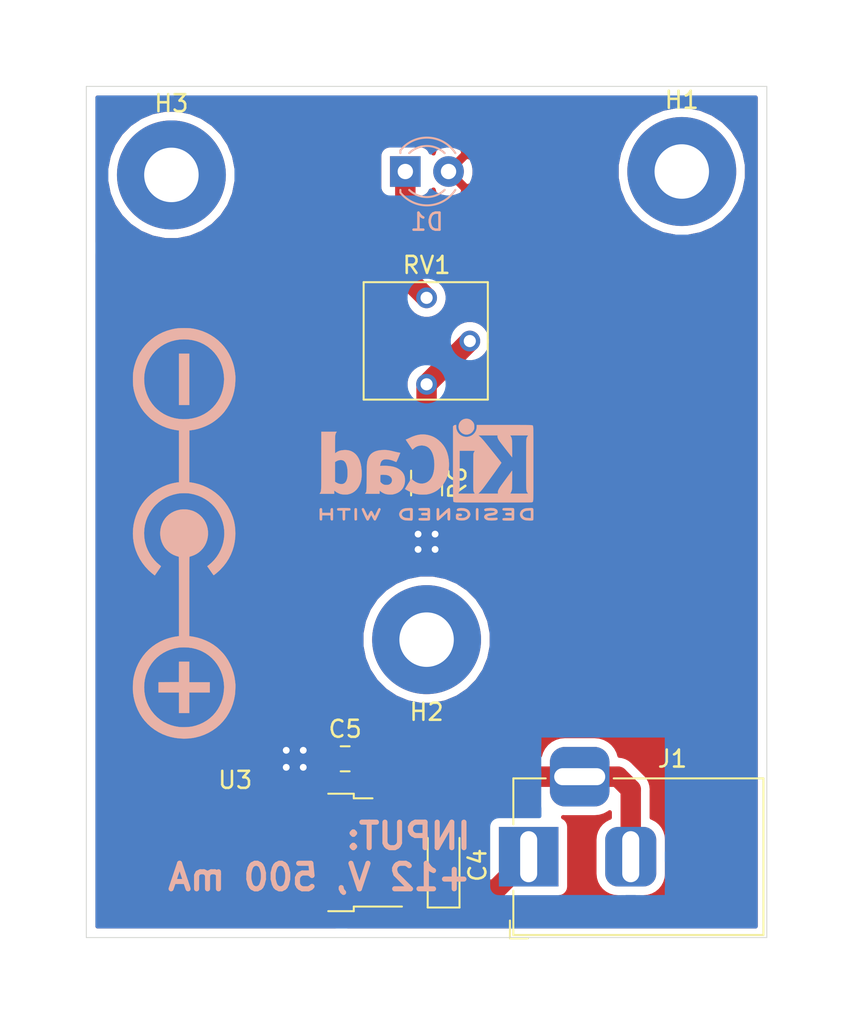
<source format=kicad_pcb>
(kicad_pcb (version 20171130) (host pcbnew "(5.1.10)-1")

  (general
    (thickness 1.6)
    (drawings 7)
    (tracks 31)
    (zones 0)
    (modules 12)
    (nets 6)
  )

  (page A4)
  (layers
    (0 F.Cu signal)
    (31 B.Cu signal)
    (32 B.Adhes user)
    (33 F.Adhes user)
    (34 B.Paste user)
    (35 F.Paste user)
    (36 B.SilkS user)
    (37 F.SilkS user)
    (38 B.Mask user)
    (39 F.Mask user)
    (40 Dwgs.User user)
    (41 Cmts.User user)
    (42 Eco1.User user)
    (43 Eco2.User user)
    (44 Edge.Cuts user)
    (45 Margin user)
    (46 B.CrtYd user)
    (47 F.CrtYd user)
    (48 B.Fab user hide)
    (49 F.Fab user)
  )

  (setup
    (last_trace_width 0.5)
    (trace_clearance 0.21)
    (zone_clearance 0.508)
    (zone_45_only yes)
    (trace_min 0.1524)
    (via_size 0.8)
    (via_drill 0.4)
    (via_min_size 0.508)
    (via_min_drill 0.254)
    (uvia_size 0.8)
    (uvia_drill 0.4)
    (uvias_allowed no)
    (uvia_min_size 0.508)
    (uvia_min_drill 0.254)
    (edge_width 0.05)
    (segment_width 0.2)
    (pcb_text_width 0.3)
    (pcb_text_size 1.5 1.5)
    (mod_edge_width 0.12)
    (mod_text_size 1 1)
    (mod_text_width 0.15)
    (pad_size 1.524 1.524)
    (pad_drill 0.762)
    (pad_to_mask_clearance 0.0508)
    (aux_axis_origin 0 0)
    (visible_elements 7FFFFFFF)
    (pcbplotparams
      (layerselection 0x010fc_ffffffff)
      (usegerberextensions false)
      (usegerberattributes true)
      (usegerberadvancedattributes true)
      (creategerberjobfile true)
      (excludeedgelayer true)
      (linewidth 0.100000)
      (plotframeref false)
      (viasonmask false)
      (mode 1)
      (useauxorigin false)
      (hpglpennumber 1)
      (hpglpenspeed 20)
      (hpglpendiameter 15.000000)
      (psnegative false)
      (psa4output false)
      (plotreference true)
      (plotvalue true)
      (plotinvisibletext false)
      (padsonsilk false)
      (subtractmaskfromsilk false)
      (outputformat 1)
      (mirror false)
      (drillshape 0)
      (scaleselection 1)
      (outputdirectory "Gerbers/"))
  )

  (net 0 "")
  (net 1 GND)
  (net 2 +9V)
  (net 3 +12V)
  (net 4 "Net-(D1-Pad1)")
  (net 5 "Net-(R6-Pad1)")

  (net_class Default "This is the default net class."
    (clearance 0.21)
    (trace_width 0.5)
    (via_dia 0.8)
    (via_drill 0.4)
    (uvia_dia 0.8)
    (uvia_drill 0.4)
    (add_net "Net-(D1-Pad1)")
    (add_net "Net-(R6-Pad1)")
  )

  (net_class Power ""
    (clearance 0.21)
    (trace_width 1)
    (via_dia 0.8)
    (via_drill 0.4)
    (uvia_dia 0.8)
    (uvia_drill 0.4)
    (add_net +12V)
    (add_net +9V)
    (add_net GND)
  )

  (module Symbol:Polarity_Center_Positive_6mm_SilkScreen (layer B.Cu) (tedit 0) (tstamp 61720038)
    (at 105.75 91.25 270)
    (descr "Polarity Logo, Center Positive")
    (tags "Logo Polarity Center Positive")
    (attr virtual)
    (fp_text reference REF** (at 0 0 270) (layer B.SilkS) hide
      (effects (font (size 1 1) (thickness 0.15)) (justify mirror))
    )
    (fp_text value Polarity_Center_Positive_6mm_SilkScreen (at 0.75 0 270) (layer B.Fab) hide
      (effects (font (size 1 1) (thickness 0.15)) (justify mirror))
    )
    (fp_poly (pts (xy 0.284256 3.001128) (xy 0.547425 2.965017) (xy 0.807122 2.90509) (xy 1.012228 2.839465)
      (xy 1.268147 2.733675) (xy 1.51242 2.605906) (xy 1.743838 2.457061) (xy 1.961189 2.288042)
      (xy 2.163266 2.099751) (xy 2.348858 1.893091) (xy 2.443478 1.771912) (xy 2.476932 1.726844)
      (xy 2.216524 1.545576) (xy 2.144808 1.496046) (xy 2.079485 1.451675) (xy 2.023498 1.414402)
      (xy 1.97979 1.386167) (xy 1.951304 1.368908) (xy 1.941402 1.364307) (xy 1.926901 1.373699)
      (xy 1.903123 1.398303) (xy 1.875675 1.4322) (xy 1.732794 1.602184) (xy 1.570246 1.759421)
      (xy 1.391036 1.902042) (xy 1.198171 2.028182) (xy 0.994655 2.135971) (xy 0.783496 2.223543)
      (xy 0.567698 2.28903) (xy 0.457703 2.313156) (xy 0.217037 2.346637) (xy -0.023002 2.355783)
      (xy -0.260705 2.341111) (xy -0.494363 2.303139) (xy -0.72227 2.242382) (xy -0.942717 2.159358)
      (xy -1.153994 2.054584) (xy -1.354395 1.928576) (xy -1.542211 1.781852) (xy -1.659937 1.672432)
      (xy -1.825706 1.490376) (xy -1.969395 1.296329) (xy -2.091049 1.090198) (xy -2.190714 0.871892)
      (xy -2.268438 0.64132) (xy -2.324266 0.39839) (xy -2.334213 0.339501) (xy -2.345559 0.242621)
      (xy -2.352486 0.129217) (xy -2.354991 0.007364) (xy -2.35307 -0.114862) (xy -2.346722 -0.229384)
      (xy -2.335943 -0.328126) (xy -2.334469 -0.337789) (xy -2.284095 -0.580493) (xy -2.211559 -0.813307)
      (xy -2.117667 -1.034956) (xy -2.003224 -1.244164) (xy -1.869035 -1.439658) (xy -1.715905 -1.620161)
      (xy -1.544638 -1.784399) (xy -1.356041 -1.931096) (xy -1.307722 -1.963926) (xy -1.097975 -2.088025)
      (xy -0.879554 -2.189266) (xy -0.654151 -2.267417) (xy -0.42346 -2.322247) (xy -0.189171 -2.353523)
      (xy 0.047023 -2.361015) (xy 0.283431 -2.34449) (xy 0.518361 -2.303717) (xy 0.734803 -2.243581)
      (xy 0.962539 -2.155388) (xy 1.178452 -2.045446) (xy 1.381155 -1.914717) (xy 1.569263 -1.764161)
      (xy 1.741389 -1.594741) (xy 1.844939 -1.473836) (xy 1.93834 -1.357029) (xy 1.997116 -1.399058)
      (xy 2.026126 -1.419575) (xy 2.07139 -1.451308) (xy 2.128479 -1.491166) (xy 2.192965 -1.536058)
      (xy 2.260223 -1.582754) (xy 2.32278 -1.626501) (xy 2.377595 -1.665552) (xy 2.421541 -1.697618)
      (xy 2.451487 -1.72041) (xy 2.464303 -1.73164) (xy 2.464555 -1.732202) (xy 2.456524 -1.749257)
      (xy 2.434321 -1.781416) (xy 2.400782 -1.825259) (xy 2.358744 -1.877364) (xy 2.311043 -1.934311)
      (xy 2.260514 -1.992677) (xy 2.209995 -2.049043) (xy 2.16232 -2.099988) (xy 2.144448 -2.118319)
      (xy 1.940602 -2.307021) (xy 1.724123 -2.474233) (xy 1.495976 -2.61955) (xy 1.257126 -2.74257)
      (xy 1.008539 -2.842889) (xy 0.751181 -2.920101) (xy 0.486016 -2.973804) (xy 0.214011 -3.003594)
      (xy 0.012575 -3.010009) (xy -0.243699 -3.001123) (xy -0.486153 -2.973925) (xy -0.719254 -2.927366)
      (xy -0.947468 -2.860401) (xy -1.175259 -2.771983) (xy -1.348534 -2.690949) (xy -1.587073 -2.557788)
      (xy -1.811248 -2.404378) (xy -2.019904 -2.231867) (xy -2.211883 -2.041403) (xy -2.386027 -1.834133)
      (xy -2.54118 -1.611206) (xy -2.676135 -1.373868) (xy -2.789227 -1.126949) (xy -2.878205 -0.876394)
      (xy -2.944096 -0.619067) (xy -2.970293 -0.477107) (xy -2.998492 -0.301682) (xy -6.04193 -0.30807)
      (xy -6.051432 -0.396089) (xy -6.084346 -0.609191) (xy -6.136827 -0.829042) (xy -6.206756 -1.049657)
      (xy -6.292014 -1.265049) (xy -6.390482 -1.469234) (xy -6.49424 -1.647228) (xy -6.591951 -1.78852)
      (xy -6.703809 -1.931369) (xy -6.824788 -2.070155) (xy -6.949861 -2.199258) (xy -7.074001 -2.313056)
      (xy -7.133232 -2.361737) (xy -7.358571 -2.52377) (xy -7.593664 -2.662626) (xy -7.838465 -2.778289)
      (xy -8.092929 -2.870744) (xy -8.35701 -2.939973) (xy -8.630664 -2.985961) (xy -8.913844 -3.008692)
      (xy -8.971732 -3.010449) (xy -9.048547 -3.011815) (xy -9.120133 -3.012465) (xy -9.181259 -3.012398)
      (xy -9.226699 -3.011615) (xy -9.248366 -3.010459) (xy -9.418838 -2.991313) (xy -9.570515 -2.96932)
      (xy -9.709697 -2.943227) (xy -9.842687 -2.911783) (xy -9.975787 -2.873736) (xy -10.040544 -2.853095)
      (xy -10.291003 -2.757922) (xy -10.529277 -2.641341) (xy -10.75432 -2.504491) (xy -10.965087 -2.348512)
      (xy -11.160533 -2.174541) (xy -11.339612 -1.983718) (xy -11.501277 -1.777183) (xy -11.644485 -1.556073)
      (xy -11.768188 -1.321529) (xy -11.871342 -1.074689) (xy -11.952901 -0.816692) (xy -11.969501 -0.751783)
      (xy -11.995396 -0.640579) (xy -12.015476 -0.540777) (xy -12.030408 -0.446295) (xy -12.04086 -0.351052)
      (xy -12.047499 -0.248966) (xy -12.050993 -0.133958) (xy -12.052008 0) (xy -12.051961 0.006287)
      (xy -11.392277 0.006287) (xy -11.380589 -0.243496) (xy -11.345747 -0.48557) (xy -11.288088 -0.718899)
      (xy -11.207945 -0.942444) (xy -11.105653 -1.155171) (xy -10.981549 -1.35604) (xy -10.928562 -1.429281)
      (xy -10.776416 -1.610349) (xy -10.607296 -1.773641) (xy -10.422872 -1.918261) (xy -10.224812 -2.043313)
      (xy -10.014783 -2.147901) (xy -9.794455 -2.231129) (xy -9.565495 -2.292102) (xy -9.329571 -2.329924)
      (xy -9.235792 -2.338223) (xy -9.176993 -2.342248) (xy -9.125609 -2.345769) (xy -9.088 -2.348348)
      (xy -9.072326 -2.349427) (xy -9.050981 -2.349184) (xy -9.009949 -2.347311) (xy -8.954617 -2.344099)
      (xy -8.890374 -2.339841) (xy -8.871841 -2.338524) (xy -8.62738 -2.309016) (xy -8.392608 -2.257086)
      (xy -8.16857 -2.183783) (xy -7.956314 -2.090152) (xy -7.756886 -1.977241) (xy -7.571332 -1.846096)
      (xy -7.4007 -1.697765) (xy -7.246035 -1.533294) (xy -7.108384 -1.35373) (xy -6.988794 -1.16012)
      (xy -6.888311 -0.953511) (xy -6.807981 -0.734949) (xy -6.748851 -0.505482) (xy -6.711969 -0.266157)
      (xy -6.703799 -0.169753) (xy -6.699129 0.07928) (xy -6.717617 0.322066) (xy -6.758571 0.55736)
      (xy -6.8213 0.783916) (xy -6.905113 1.000488) (xy -7.009318 1.205831) (xy -7.133224 1.3987)
      (xy -7.27614 1.577848) (xy -7.437374 1.742031) (xy -7.616236 1.890004) (xy -7.812033 2.020519)
      (xy -7.966054 2.104451) (xy -8.184917 2.199453) (xy -8.412286 2.271733) (xy -8.645855 2.321274)
      (xy -8.883323 2.348062) (xy -9.122385 2.352081) (xy -9.360736 2.333315) (xy -9.596074 2.291748)
      (xy -9.826095 2.227366) (xy -10.048494 2.140152) (xy -10.094271 2.118812) (xy -10.303883 2.004752)
      (xy -10.497469 1.871949) (xy -10.674261 1.721652) (xy -10.833495 1.555108) (xy -10.974402 1.373564)
      (xy -11.096216 1.178269) (xy -11.198171 0.97047) (xy -11.279501 0.751413) (xy -11.339438 0.522348)
      (xy -11.377216 0.284521) (xy -11.39207 0.039179) (xy -11.392277 0.006287) (xy -12.051961 0.006287)
      (xy -12.050991 0.133835) (xy -12.047509 0.248714) (xy -12.040919 0.350763) (xy -12.030579 0.446106)
      (xy -12.015845 0.540869) (xy -11.996075 0.64118) (xy -11.974779 0.735594) (xy -11.900651 0.99749)
      (xy -11.804584 1.248129) (xy -11.687615 1.486489) (xy -11.550777 1.711548) (xy -11.395105 1.922281)
      (xy -11.221632 2.117667) (xy -11.031395 2.296684) (xy -10.825425 2.458307) (xy -10.60476 2.601516)
      (xy -10.370432 2.725287) (xy -10.123476 2.828597) (xy -9.864926 2.910424) (xy -9.745049 2.93997)
      (xy -9.641728 2.962304) (xy -9.550281 2.97959) (xy -9.464751 2.992425) (xy -9.37918 3.001407)
      (xy -9.287608 3.007132) (xy -9.184078 3.0102) (xy -9.062632 3.011206) (xy -9.034604 3.011212)
      (xy -8.899914 3.009991) (xy -8.784027 3.006137) (xy -8.680673 2.998985) (xy -8.583585 2.987876)
      (xy -8.486493 2.972148) (xy -8.383129 2.951138) (xy -8.312345 2.934981) (xy -8.066823 2.865442)
      (xy -7.825035 2.774094) (xy -7.591406 2.663026) (xy -7.370362 2.534331) (xy -7.178007 2.399149)
      (xy -7.086506 2.324214) (xy -6.98803 2.235914) (xy -6.889098 2.140592) (xy -6.796233 2.044595)
      (xy -6.715956 1.95427) (xy -6.696047 1.930148) (xy -6.544923 1.724736) (xy -6.410609 1.504129)
      (xy -6.294631 1.271846) (xy -6.198516 1.031408) (xy -6.123789 0.786335) (xy -6.071976 0.540146)
      (xy -6.060949 0.465247) (xy -6.053751 0.412554) (xy -6.04705 0.366637) (xy -6.042012 0.335397)
      (xy -6.041 0.330074) (xy -6.035164 0.301782) (xy -2.992673 0.301782) (xy -2.992673 0.331589)
      (xy -2.990028 0.36406) (xy -2.982783 0.415455) (xy -2.971976 0.480187) (xy -2.958641 0.552671)
      (xy -2.943815 0.627322) (xy -2.928534 0.698553) (xy -2.913835 0.760779) (xy -2.91101 0.771829)
      (xy -2.833687 1.020275) (xy -2.733013 1.262697) (xy -2.610485 1.496942) (xy -2.467601 1.720861)
      (xy -2.305857 1.932303) (xy -2.126752 2.129117) (xy -1.931781 2.309152) (xy -1.734549 2.461753)
      (xy -1.507065 2.607438) (xy -1.268951 2.731248) (xy -1.02197 2.832938) (xy -0.767883 2.912268)
      (xy -0.508455 2.968994) (xy -0.245447 3.002875) (xy 0.019378 3.013667) (xy 0.284256 3.001128)) (layer B.SilkS) (width 0.01))
    (fp_poly (pts (xy 9.174857 3.014648) (xy 9.284024 3.010439) (xy 9.337281 3.006461) (xy 9.605462 2.969918)
      (xy 9.868658 2.910608) (xy 10.124621 2.829446) (xy 10.371103 2.727346) (xy 10.605855 2.605224)
      (xy 10.82663 2.463993) (xy 11.002476 2.328892) (xy 11.201601 2.14635) (xy 11.382043 1.947388)
      (xy 11.543021 1.733246) (xy 11.683755 1.505162) (xy 11.803468 1.264377) (xy 11.90138 1.012131)
      (xy 11.964636 0.798451) (xy 12.018398 0.543687) (xy 12.051602 0.281875) (xy 12.064157 0.017474)
      (xy 12.05597 -0.245057) (xy 12.02695 -0.501257) (xy 11.994887 -0.671311) (xy 11.923092 -0.940062)
      (xy 11.829676 -1.197173) (xy 11.715269 -1.44171) (xy 11.580501 -1.672735) (xy 11.426002 -1.889311)
      (xy 11.252403 -2.090501) (xy 11.060332 -2.27537) (xy 10.85042 -2.44298) (xy 10.761866 -2.504804)
      (xy 10.530064 -2.645671) (xy 10.288075 -2.763787) (xy 10.035374 -2.859355) (xy 9.771434 -2.932574)
      (xy 9.515107 -2.980834) (xy 9.450666 -2.988743) (xy 9.371077 -2.996003) (xy 9.281678 -3.002373)
      (xy 9.187807 -3.007614) (xy 9.094804 -3.011484) (xy 9.008007 -3.013745) (xy 8.932755 -3.014155)
      (xy 8.874386 -3.012474) (xy 8.852278 -3.01067) (xy 8.821066 -3.007233) (xy 8.772553 -3.002019)
      (xy 8.714451 -2.995854) (xy 8.676238 -2.991837) (xy 8.427765 -2.953789) (xy 8.178947 -2.892397)
      (xy 7.933372 -2.809154) (xy 7.694629 -2.705555) (xy 7.466304 -2.583096) (xy 7.251985 -2.443269)
      (xy 7.123317 -2.344941) (xy 7.041263 -2.274354) (xy 6.951395 -2.190585) (xy 6.860509 -2.100408)
      (xy 6.775407 -2.010595) (xy 6.702885 -1.927921) (xy 6.694346 -1.917575) (xy 6.547547 -1.719178)
      (xy 6.416636 -1.503255) (xy 6.302872 -1.272735) (xy 6.207511 -1.030547) (xy 6.131813 -0.77962)
      (xy 6.077036 -0.522882) (xy 6.066417 -0.455817) (xy 6.043778 -0.301782) (xy 3.713079 -0.301782)
      (xy 3.418557 -0.301813) (xy 3.148274 -0.301908) (xy 2.90132 -0.302075) (xy 2.676786 -0.302318)
      (xy 2.473762 -0.302645) (xy 2.291339 -0.303061) (xy 2.128606 -0.303573) (xy 1.984655 -0.304186)
      (xy 1.858576 -0.304907) (xy 1.749459 -0.305742) (xy 1.656394 -0.306697) (xy 1.578473 -0.307778)
      (xy 1.514785 -0.308992) (xy 1.464421 -0.310343) (xy 1.426471 -0.31184) (xy 1.400026 -0.313486)
      (xy 1.384176 -0.31529) (xy 1.378011 -0.317256) (xy 1.37788 -0.3175) (xy 1.327173 -0.476421)
      (xy 1.271105 -0.614878) (xy 1.207193 -0.737391) (xy 1.132957 -0.848478) (xy 1.045915 -0.95266)
      (xy 1.006547 -0.993825) (xy 0.871272 -1.113268) (xy 0.723836 -1.212215) (xy 0.566533 -1.290661)
      (xy 0.401658 -1.348604) (xy 0.231506 -1.38604) (xy 0.058372 -1.402966) (xy -0.11545 -1.399379)
      (xy -0.287664 -1.375275) (xy -0.455977 -1.33065) (xy -0.618093 -1.265503) (xy -0.771717 -1.179829)
      (xy -0.914555 -1.073625) (xy -0.997447 -0.996705) (xy -1.119461 -0.858261) (xy -1.218275 -0.712292)
      (xy -1.295267 -0.556607) (xy -1.326614 -0.472636) (xy -1.375202 -0.291073) (xy -1.400427 -0.108158)
      (xy -1.401845 -0.004344) (xy 6.70208 -0.004344) (xy 6.712761 -0.24759) (xy 6.745199 -0.479902)
      (xy 6.79998 -0.703923) (xy 6.877694 -0.922297) (xy 6.934728 -1.049951) (xy 7.048116 -1.257535)
      (xy 7.180742 -1.449778) (xy 7.331277 -1.625814) (xy 7.498393 -1.784775) (xy 7.680761 -1.925794)
      (xy 7.877053 -2.048002) (xy 8.08594 -2.150533) (xy 8.306093 -2.23252) (xy 8.536185 -2.293094)
      (xy 8.774885 -2.331388) (xy 8.915149 -2.342962) (xy 8.960493 -2.345526) (xy 9.000104 -2.34792)
      (xy 9.015743 -2.34895) (xy 9.039636 -2.348885) (xy 9.082896 -2.347147) (xy 9.139817 -2.344021)
      (xy 9.204695 -2.339792) (xy 9.219086 -2.338769) (xy 9.465942 -2.309097) (xy 9.702815 -2.256947)
      (xy 9.928679 -2.183209) (xy 10.142509 -2.088772) (xy 10.343278 -1.974528) (xy 10.529962 -1.841366)
      (xy 10.701534 -1.690176) (xy 10.85697 -1.521849) (xy 10.995243 -1.337274) (xy 11.115328 -1.137342)
      (xy 11.216199 -0.922942) (xy 11.296831 -0.694965) (xy 11.348853 -0.490396) (xy 11.364778 -0.396023)
      (xy 11.377338 -0.283696) (xy 11.386253 -0.160418) (xy 11.391244 -0.033195) (xy 11.392031 0.09097)
      (xy 11.388335 0.205073) (xy 11.380336 0.298428) (xy 11.338179 0.544573) (xy 11.27385 0.779343)
      (xy 11.187746 1.002085) (xy 11.080266 1.212147) (xy 10.951808 1.408874) (xy 10.802769 1.591613)
      (xy 10.633549 1.759712) (xy 10.444545 1.912517) (xy 10.361188 1.970754) (xy 10.16887 2.084639)
      (xy 9.963132 2.178815) (xy 9.746574 2.252959) (xy 9.521795 2.306745) (xy 9.291396 2.339851)
      (xy 9.057977 2.351952) (xy 8.824137 2.342726) (xy 8.592478 2.311847) (xy 8.365598 2.258993)
      (xy 8.273862 2.230663) (xy 8.05044 2.143625) (xy 7.840598 2.036014) (xy 7.645283 1.909004)
      (xy 7.465446 1.763769) (xy 7.302034 1.601483) (xy 7.155996 1.423319) (xy 7.028281 1.230451)
      (xy 6.919836 1.024053) (xy 6.831612 0.805299) (xy 6.764556 0.575363) (xy 6.719617 0.335418)
      (xy 6.71527 0.302112) (xy 6.710532 0.250426) (xy 6.706549 0.181414) (xy 6.703657 0.102894)
      (xy 6.702192 0.022684) (xy 6.70208 -0.004344) (xy -1.401845 -0.004344) (xy -1.402915 0.073943)
      (xy -1.383295 0.253064) (xy -1.342196 0.427039) (xy -1.280244 0.593704) (xy -1.198068 0.750892)
      (xy -1.096295 0.896437) (xy -0.975555 1.028174) (xy -0.863789 1.123647) (xy -0.712718 1.223451)
      (xy -0.550818 1.301889) (xy -0.380623 1.358897) (xy -0.204671 1.394412) (xy -0.025498 1.40837)
      (xy 0.154362 1.400708) (xy 0.332372 1.371363) (xy 0.505996 1.320272) (xy 0.672698 1.247369)
      (xy 0.81104 1.165539) (xy 0.852564 1.134713) (xy 0.903937 1.092358) (xy 0.957473 1.04497)
      (xy 0.990135 1.014209) (xy 1.098871 0.89663) (xy 1.190296 0.770545) (xy 1.266541 0.632132)
      (xy 1.329734 0.477568) (xy 1.378259 0.3175) (xy 1.383286 0.315514) (xy 1.397888 0.313692)
      (xy 1.422974 0.312027) (xy 1.459453 0.310514) (xy 1.508236 0.309146) (xy 1.570231 0.307916)
      (xy 1.646348 0.30682) (xy 1.737496 0.30585) (xy 1.844585 0.305002) (xy 1.968524 0.304267)
      (xy 2.110222 0.303641) (xy 2.270588 0.303118) (xy 2.450533 0.30269) (xy 2.650965 0.302353)
      (xy 2.872794 0.3021) (xy 3.11693 0.301924) (xy 3.384281 0.301821) (xy 3.675757 0.301782)
      (xy 6.045749 0.301782) (xy 6.054377 0.380371) (xy 6.077423 0.538056) (xy 6.112328 0.707353)
      (xy 6.156755 0.879114) (xy 6.208371 1.04419) (xy 6.257 1.174493) (xy 6.371297 1.422295)
      (xy 6.505546 1.65544) (xy 6.658707 1.873121) (xy 6.829739 2.074532) (xy 7.017603 2.258866)
      (xy 7.221259 2.425314) (xy 7.439665 2.57307) (xy 7.671783 2.701326) (xy 7.916573 2.809276)
      (xy 8.172993 2.896112) (xy 8.440005 2.961027) (xy 8.592836 2.987365) (xy 8.689124 2.998626)
      (xy 8.802953 3.007176) (xy 8.92684 3.012825) (xy 9.053302 3.01538) (xy 9.174857 3.014648)) (layer B.SilkS) (width 0.01))
    (fp_poly (pts (xy -7.53198 -0.301782) (xy -10.549802 -0.301782) (xy -10.549802 0.301782) (xy -7.53198 0.301782)
      (xy -7.53198 -0.301782)) (layer B.SilkS) (width 0.01))
    (fp_poly (pts (xy 9.355248 0.301782) (xy 10.562377 0.301782) (xy 10.562377 -0.301782) (xy 9.355248 -0.301782)
      (xy 9.355248 -1.508911) (xy 8.751684 -1.508911) (xy 8.751684 -0.301782) (xy 7.544555 -0.301782)
      (xy 7.544555 0.301538) (xy 8.144976 0.304804) (xy 8.745396 0.308069) (xy 8.748662 0.90849)
      (xy 8.751927 1.508911) (xy 9.355248 1.508911) (xy 9.355248 0.301782)) (layer B.SilkS) (width 0.01))
  )

  (module Symbol:KiCad-Logo2_5mm_SilkScreen (layer B.Cu) (tedit 0) (tstamp 6171FF6A)
    (at 120 87.5 180)
    (descr "KiCad Logo")
    (tags "Logo KiCad")
    (attr virtual)
    (fp_text reference REF** (at 0 5.08) (layer B.SilkS) hide
      (effects (font (size 1 1) (thickness 0.15)) (justify mirror))
    )
    (fp_text value KiCad-Logo2_5mm_SilkScreen (at 0 -5.08) (layer B.Fab) hide
      (effects (font (size 1 1) (thickness 0.15)) (justify mirror))
    )
    (fp_poly (pts (xy -2.9464 2.510946) (xy -2.935535 2.397007) (xy -2.903918 2.289384) (xy -2.853015 2.190385)
      (xy -2.784293 2.102316) (xy -2.699219 2.027484) (xy -2.602232 1.969616) (xy -2.495964 1.929995)
      (xy -2.38895 1.911427) (xy -2.2833 1.912566) (xy -2.181125 1.93207) (xy -2.084534 1.968594)
      (xy -1.995638 2.020795) (xy -1.916546 2.087327) (xy -1.849369 2.166848) (xy -1.796217 2.258013)
      (xy -1.759199 2.359477) (xy -1.740427 2.469898) (xy -1.738489 2.519794) (xy -1.738489 2.607733)
      (xy -1.68656 2.607733) (xy -1.650253 2.604889) (xy -1.623355 2.593089) (xy -1.596249 2.569351)
      (xy -1.557867 2.530969) (xy -1.557867 0.339398) (xy -1.557876 0.077261) (xy -1.557908 -0.163241)
      (xy -1.557972 -0.383048) (xy -1.558076 -0.583101) (xy -1.558227 -0.764344) (xy -1.558434 -0.927716)
      (xy -1.558706 -1.07416) (xy -1.55905 -1.204617) (xy -1.559474 -1.320029) (xy -1.559987 -1.421338)
      (xy -1.560597 -1.509484) (xy -1.561312 -1.58541) (xy -1.56214 -1.650057) (xy -1.563089 -1.704367)
      (xy -1.564167 -1.74928) (xy -1.565383 -1.78574) (xy -1.566745 -1.814687) (xy -1.568261 -1.837063)
      (xy -1.569938 -1.853809) (xy -1.571786 -1.865868) (xy -1.573813 -1.87418) (xy -1.576025 -1.879687)
      (xy -1.577108 -1.881537) (xy -1.581271 -1.888549) (xy -1.584805 -1.894996) (xy -1.588635 -1.9009)
      (xy -1.593682 -1.906286) (xy -1.600871 -1.911178) (xy -1.611123 -1.915598) (xy -1.625364 -1.919572)
      (xy -1.644514 -1.923121) (xy -1.669499 -1.92627) (xy -1.70124 -1.929042) (xy -1.740662 -1.931461)
      (xy -1.788686 -1.933551) (xy -1.846237 -1.935335) (xy -1.914237 -1.936837) (xy -1.99361 -1.93808)
      (xy -2.085279 -1.939089) (xy -2.190166 -1.939885) (xy -2.309196 -1.940494) (xy -2.44329 -1.940939)
      (xy -2.593373 -1.941243) (xy -2.760367 -1.94143) (xy -2.945196 -1.941524) (xy -3.148783 -1.941548)
      (xy -3.37205 -1.941525) (xy -3.615922 -1.94148) (xy -3.881321 -1.941437) (xy -3.919704 -1.941432)
      (xy -4.186682 -1.941389) (xy -4.432002 -1.941318) (xy -4.656583 -1.941213) (xy -4.861345 -1.941066)
      (xy -5.047206 -1.940869) (xy -5.215088 -1.940616) (xy -5.365908 -1.9403) (xy -5.500587 -1.939913)
      (xy -5.620044 -1.939447) (xy -5.725199 -1.938897) (xy -5.816971 -1.938253) (xy -5.896279 -1.937511)
      (xy -5.964043 -1.936661) (xy -6.021182 -1.935697) (xy -6.068617 -1.934611) (xy -6.107266 -1.933397)
      (xy -6.138049 -1.932047) (xy -6.161885 -1.930555) (xy -6.179694 -1.928911) (xy -6.192395 -1.927111)
      (xy -6.200908 -1.925145) (xy -6.205266 -1.923477) (xy -6.213728 -1.919906) (xy -6.221497 -1.91727)
      (xy -6.228602 -1.914634) (xy -6.235073 -1.911062) (xy -6.240939 -1.905621) (xy -6.246229 -1.897375)
      (xy -6.250974 -1.88539) (xy -6.255202 -1.868731) (xy -6.258943 -1.846463) (xy -6.262227 -1.817652)
      (xy -6.265083 -1.781363) (xy -6.26754 -1.736661) (xy -6.269629 -1.682611) (xy -6.271378 -1.618279)
      (xy -6.272817 -1.54273) (xy -6.273976 -1.45503) (xy -6.274883 -1.354243) (xy -6.275569 -1.239434)
      (xy -6.276063 -1.10967) (xy -6.276395 -0.964015) (xy -6.276593 -0.801535) (xy -6.276687 -0.621295)
      (xy -6.276708 -0.42236) (xy -6.276685 -0.203796) (xy -6.276646 0.035332) (xy -6.276622 0.29596)
      (xy -6.276622 0.338111) (xy -6.276636 0.601008) (xy -6.276661 0.842268) (xy -6.276671 1.062835)
      (xy -6.276642 1.263648) (xy -6.276548 1.445651) (xy -6.276362 1.609784) (xy -6.276059 1.756989)
      (xy -6.275614 1.888208) (xy -6.275034 1.998133) (xy -5.972197 1.998133) (xy -5.932407 1.940289)
      (xy -5.921236 1.924521) (xy -5.911166 1.910559) (xy -5.902138 1.897216) (xy -5.894097 1.883307)
      (xy -5.886986 1.867644) (xy -5.880747 1.849042) (xy -5.875325 1.826314) (xy -5.870662 1.798273)
      (xy -5.866701 1.763733) (xy -5.863385 1.721508) (xy -5.860659 1.670411) (xy -5.858464 1.609256)
      (xy -5.856745 1.536856) (xy -5.855444 1.452025) (xy -5.854505 1.353578) (xy -5.85387 1.240326)
      (xy -5.853484 1.111084) (xy -5.853288 0.964666) (xy -5.853227 0.799884) (xy -5.853243 0.615553)
      (xy -5.85328 0.410487) (xy -5.853289 0.287867) (xy -5.853265 0.070918) (xy -5.853231 -0.124642)
      (xy -5.853243 -0.299999) (xy -5.853358 -0.456341) (xy -5.85363 -0.594857) (xy -5.854118 -0.716734)
      (xy -5.854876 -0.82316) (xy -5.855962 -0.915322) (xy -5.857431 -0.994409) (xy -5.85934 -1.061608)
      (xy -5.861744 -1.118107) (xy -5.864701 -1.165093) (xy -5.868266 -1.203755) (xy -5.872495 -1.23528)
      (xy -5.877446 -1.260855) (xy -5.883173 -1.28167) (xy -5.889733 -1.298911) (xy -5.897183 -1.313765)
      (xy -5.905579 -1.327422) (xy -5.914976 -1.341069) (xy -5.925432 -1.355893) (xy -5.931523 -1.364783)
      (xy -5.970296 -1.4224) (xy -5.438732 -1.4224) (xy -5.315483 -1.422365) (xy -5.212987 -1.422215)
      (xy -5.12942 -1.421878) (xy -5.062956 -1.421286) (xy -5.011771 -1.420367) (xy -4.974041 -1.419051)
      (xy -4.94794 -1.417269) (xy -4.931644 -1.414951) (xy -4.923328 -1.412026) (xy -4.921168 -1.408424)
      (xy -4.923339 -1.404075) (xy -4.924535 -1.402645) (xy -4.949685 -1.365573) (xy -4.975583 -1.312772)
      (xy -4.999192 -1.25077) (xy -5.007461 -1.224357) (xy -5.012078 -1.206416) (xy -5.015979 -1.185355)
      (xy -5.019248 -1.159089) (xy -5.021966 -1.125532) (xy -5.024215 -1.082599) (xy -5.026077 -1.028204)
      (xy -5.027636 -0.960262) (xy -5.028972 -0.876688) (xy -5.030169 -0.775395) (xy -5.031308 -0.6543)
      (xy -5.031685 -0.6096) (xy -5.032702 -0.484449) (xy -5.03346 -0.380082) (xy -5.033903 -0.294707)
      (xy -5.03397 -0.226533) (xy -5.033605 -0.173765) (xy -5.032748 -0.134614) (xy -5.031341 -0.107285)
      (xy -5.029325 -0.089986) (xy -5.026643 -0.080926) (xy -5.023236 -0.078312) (xy -5.019044 -0.080351)
      (xy -5.014571 -0.084667) (xy -5.004216 -0.097602) (xy -4.982158 -0.126676) (xy -4.949957 -0.169759)
      (xy -4.909174 -0.224718) (xy -4.86137 -0.289423) (xy -4.808105 -0.361742) (xy -4.75094 -0.439544)
      (xy -4.691437 -0.520698) (xy -4.631155 -0.603072) (xy -4.571655 -0.684536) (xy -4.514498 -0.762957)
      (xy -4.461245 -0.836204) (xy -4.413457 -0.902147) (xy -4.372693 -0.958654) (xy -4.340516 -1.003593)
      (xy -4.318485 -1.034834) (xy -4.313917 -1.041466) (xy -4.290996 -1.078369) (xy -4.264188 -1.126359)
      (xy -4.238789 -1.175897) (xy -4.235568 -1.182577) (xy -4.21389 -1.230772) (xy -4.201304 -1.268334)
      (xy -4.195574 -1.30416) (xy -4.194456 -1.3462) (xy -4.19509 -1.4224) (xy -3.040651 -1.4224)
      (xy -3.131815 -1.328669) (xy -3.178612 -1.278775) (xy -3.228899 -1.222295) (xy -3.274944 -1.168026)
      (xy -3.295369 -1.142673) (xy -3.325807 -1.103128) (xy -3.365862 -1.049916) (xy -3.414361 -0.984667)
      (xy -3.470135 -0.909011) (xy -3.532011 -0.824577) (xy -3.598819 -0.732994) (xy -3.669387 -0.635892)
      (xy -3.742545 -0.534901) (xy -3.817121 -0.43165) (xy -3.891944 -0.327768) (xy -3.965843 -0.224885)
      (xy -4.037646 -0.124631) (xy -4.106184 -0.028636) (xy -4.170284 0.061473) (xy -4.228775 0.144064)
      (xy -4.280486 0.217508) (xy -4.324247 0.280176) (xy -4.358885 0.330439) (xy -4.38323 0.366666)
      (xy -4.396111 0.387229) (xy -4.397869 0.391332) (xy -4.38991 0.402658) (xy -4.369115 0.429838)
      (xy -4.336847 0.471171) (xy -4.29447 0.524956) (xy -4.243347 0.589494) (xy -4.184841 0.663082)
      (xy -4.120314 0.744022) (xy -4.051131 0.830612) (xy -3.978653 0.921152) (xy -3.904246 1.01394)
      (xy -3.844517 1.088298) (xy -2.833511 1.088298) (xy -2.827602 1.075341) (xy -2.813272 1.053092)
      (xy -2.812225 1.051609) (xy -2.793438 1.021456) (xy -2.773791 0.984625) (xy -2.769892 0.976489)
      (xy -2.766356 0.96806) (xy -2.76323 0.957941) (xy -2.760486 0.94474) (xy -2.758092 0.927062)
      (xy -2.756019 0.903516) (xy -2.754235 0.872707) (xy -2.752712 0.833243) (xy -2.751419 0.783731)
      (xy -2.750326 0.722777) (xy -2.749403 0.648989) (xy -2.748619 0.560972) (xy -2.747945 0.457335)
      (xy -2.74735 0.336684) (xy -2.746805 0.197626) (xy -2.746279 0.038768) (xy -2.745745 -0.140089)
      (xy -2.745206 -0.325207) (xy -2.744772 -0.489145) (xy -2.744509 -0.633303) (xy -2.744484 -0.759079)
      (xy -2.744765 -0.867871) (xy -2.745419 -0.961077) (xy -2.746514 -1.040097) (xy -2.748118 -1.106328)
      (xy -2.750297 -1.16117) (xy -2.753119 -1.206021) (xy -2.756651 -1.242278) (xy -2.760961 -1.271341)
      (xy -2.766117 -1.294609) (xy -2.772185 -1.313479) (xy -2.779233 -1.329351) (xy -2.787329 -1.343622)
      (xy -2.79654 -1.357691) (xy -2.80504 -1.370158) (xy -2.822176 -1.396452) (xy -2.832322 -1.414037)
      (xy -2.833511 -1.417257) (xy -2.822604 -1.418334) (xy -2.791411 -1.419335) (xy -2.742223 -1.420235)
      (xy -2.677333 -1.42101) (xy -2.59903 -1.421637) (xy -2.509607 -1.422091) (xy -2.411356 -1.422349)
      (xy -2.342445 -1.4224) (xy -2.237452 -1.42218) (xy -2.14061 -1.421548) (xy -2.054107 -1.420549)
      (xy -1.980132 -1.419227) (xy -1.920874 -1.417626) (xy -1.87852 -1.415791) (xy -1.85526 -1.413765)
      (xy -1.851378 -1.412493) (xy -1.859076 -1.397591) (xy -1.867074 -1.38956) (xy -1.880246 -1.372434)
      (xy -1.897485 -1.342183) (xy -1.909407 -1.317622) (xy -1.936045 -1.258711) (xy -1.93912 -0.081845)
      (xy -1.942195 1.095022) (xy -2.387853 1.095022) (xy -2.48567 1.094858) (xy -2.576064 1.094389)
      (xy -2.65663 1.093653) (xy -2.724962 1.092684) (xy -2.778656 1.09152) (xy -2.815305 1.090197)
      (xy -2.832504 1.088751) (xy -2.833511 1.088298) (xy -3.844517 1.088298) (xy -3.82927 1.107278)
      (xy -3.75509 1.199463) (xy -3.683069 1.288796) (xy -3.614569 1.373576) (xy -3.550955 1.452102)
      (xy -3.493588 1.522674) (xy -3.443833 1.583591) (xy -3.403052 1.633153) (xy -3.385888 1.653822)
      (xy -3.299596 1.754484) (xy -3.222997 1.837741) (xy -3.154183 1.905562) (xy -3.091248 1.959911)
      (xy -3.081867 1.967278) (xy -3.042356 1.997883) (xy -4.174116 1.998133) (xy -4.168827 1.950156)
      (xy -4.17213 1.892812) (xy -4.193661 1.824537) (xy -4.233635 1.744788) (xy -4.278943 1.672505)
      (xy -4.295161 1.64986) (xy -4.323214 1.612304) (xy -4.36143 1.561979) (xy -4.408137 1.501027)
      (xy -4.461661 1.431589) (xy -4.520331 1.355806) (xy -4.582475 1.27582) (xy -4.646421 1.193772)
      (xy -4.710495 1.111804) (xy -4.773027 1.032057) (xy -4.832343 0.956673) (xy -4.886771 0.887793)
      (xy -4.934639 0.827558) (xy -4.974275 0.778111) (xy -5.004006 0.741592) (xy -5.022161 0.720142)
      (xy -5.02522 0.716844) (xy -5.028079 0.724851) (xy -5.030293 0.755145) (xy -5.031857 0.807444)
      (xy -5.032767 0.881469) (xy -5.03302 0.976937) (xy -5.032613 1.093566) (xy -5.031704 1.213555)
      (xy -5.030382 1.345667) (xy -5.028857 1.457406) (xy -5.026881 1.550975) (xy -5.024206 1.628581)
      (xy -5.020582 1.692426) (xy -5.015761 1.744717) (xy -5.009494 1.787656) (xy -5.001532 1.823449)
      (xy -4.991627 1.8543) (xy -4.979531 1.882414) (xy -4.964993 1.909995) (xy -4.950311 1.935034)
      (xy -4.912314 1.998133) (xy -5.972197 1.998133) (xy -6.275034 1.998133) (xy -6.275001 2.004383)
      (xy -6.274195 2.106456) (xy -6.27317 2.195367) (xy -6.2719 2.272059) (xy -6.27036 2.337473)
      (xy -6.268524 2.392551) (xy -6.266367 2.438235) (xy -6.263863 2.475466) (xy -6.260987 2.505187)
      (xy -6.257713 2.528338) (xy -6.254015 2.545861) (xy -6.249869 2.558699) (xy -6.245247 2.567792)
      (xy -6.240126 2.574082) (xy -6.234478 2.578512) (xy -6.228279 2.582022) (xy -6.221504 2.585555)
      (xy -6.215508 2.589124) (xy -6.210275 2.5917) (xy -6.202099 2.594028) (xy -6.189886 2.596122)
      (xy -6.172541 2.597993) (xy -6.148969 2.599653) (xy -6.118077 2.601116) (xy -6.078768 2.602392)
      (xy -6.02995 2.603496) (xy -5.970527 2.604439) (xy -5.899404 2.605233) (xy -5.815488 2.605891)
      (xy -5.717683 2.606425) (xy -5.604894 2.606847) (xy -5.476029 2.607171) (xy -5.329991 2.607408)
      (xy -5.165686 2.60757) (xy -4.98202 2.60767) (xy -4.777897 2.60772) (xy -4.566753 2.607733)
      (xy -2.9464 2.607733) (xy -2.9464 2.510946)) (layer B.SilkS) (width 0.01))
    (fp_poly (pts (xy 0.328429 2.050929) (xy 0.48857 2.029755) (xy 0.65251 1.989615) (xy 0.822313 1.930111)
      (xy 1.000043 1.850846) (xy 1.01131 1.845301) (xy 1.069005 1.817275) (xy 1.120552 1.793198)
      (xy 1.162191 1.774751) (xy 1.190162 1.763614) (xy 1.199733 1.761067) (xy 1.21895 1.756059)
      (xy 1.223561 1.751853) (xy 1.218458 1.74142) (xy 1.202418 1.715132) (xy 1.177288 1.675743)
      (xy 1.144914 1.626009) (xy 1.107143 1.568685) (xy 1.065822 1.506524) (xy 1.022798 1.442282)
      (xy 0.979917 1.378715) (xy 0.939026 1.318575) (xy 0.901971 1.26462) (xy 0.8706 1.219603)
      (xy 0.846759 1.186279) (xy 0.832294 1.167403) (xy 0.830309 1.165213) (xy 0.820191 1.169862)
      (xy 0.79785 1.187038) (xy 0.76728 1.21356) (xy 0.751536 1.228036) (xy 0.655047 1.303318)
      (xy 0.548336 1.358759) (xy 0.432832 1.393859) (xy 0.309962 1.40812) (xy 0.240561 1.406949)
      (xy 0.119423 1.389788) (xy 0.010205 1.353906) (xy -0.087418 1.299041) (xy -0.173772 1.22493)
      (xy -0.249185 1.131312) (xy -0.313982 1.017924) (xy -0.351399 0.931333) (xy -0.395252 0.795634)
      (xy -0.427572 0.64815) (xy -0.448443 0.492686) (xy -0.457949 0.333044) (xy -0.456173 0.173027)
      (xy -0.443197 0.016439) (xy -0.419106 -0.132918) (xy -0.383982 -0.27124) (xy -0.337908 -0.394724)
      (xy -0.321627 -0.428978) (xy -0.25338 -0.543064) (xy -0.172921 -0.639557) (xy -0.08143 -0.71767)
      (xy 0.019911 -0.776617) (xy 0.12992 -0.815612) (xy 0.247415 -0.833868) (xy 0.288883 -0.835211)
      (xy 0.410441 -0.82429) (xy 0.530878 -0.791474) (xy 0.648666 -0.737439) (xy 0.762277 -0.662865)
      (xy 0.853685 -0.584539) (xy 0.900215 -0.540008) (xy 1.081483 -0.837271) (xy 1.12658 -0.911433)
      (xy 1.167819 -0.979646) (xy 1.203735 -1.039459) (xy 1.232866 -1.08842) (xy 1.25375 -1.124079)
      (xy 1.264924 -1.143984) (xy 1.266375 -1.147079) (xy 1.258146 -1.156718) (xy 1.232567 -1.173999)
      (xy 1.192873 -1.197283) (xy 1.142297 -1.224934) (xy 1.084074 -1.255315) (xy 1.021437 -1.28679)
      (xy 0.957621 -1.317722) (xy 0.89586 -1.346473) (xy 0.839388 -1.371408) (xy 0.791438 -1.390889)
      (xy 0.767986 -1.399318) (xy 0.634221 -1.437133) (xy 0.496327 -1.462136) (xy 0.348622 -1.47514)
      (xy 0.221833 -1.477468) (xy 0.153878 -1.476373) (xy 0.088277 -1.474275) (xy 0.030847 -1.471434)
      (xy -0.012597 -1.468106) (xy -0.026702 -1.466422) (xy -0.165716 -1.437587) (xy -0.307243 -1.392468)
      (xy -0.444725 -1.33375) (xy -0.571606 -1.26412) (xy -0.649111 -1.211441) (xy -0.776519 -1.103239)
      (xy -0.894822 -0.976671) (xy -1.001828 -0.834866) (xy -1.095348 -0.680951) (xy -1.17319 -0.518053)
      (xy -1.217044 -0.400756) (xy -1.267292 -0.217128) (xy -1.300791 -0.022581) (xy -1.317551 0.178675)
      (xy -1.317584 0.382432) (xy -1.300899 0.584479) (xy -1.267507 0.780608) (xy -1.21742 0.966609)
      (xy -1.213603 0.978197) (xy -1.150719 1.14025) (xy -1.073972 1.288168) (xy -0.980758 1.426135)
      (xy -0.868473 1.558339) (xy -0.824608 1.603601) (xy -0.688466 1.727543) (xy -0.548509 1.830085)
      (xy -0.402589 1.912344) (xy -0.248558 1.975436) (xy -0.084268 2.020477) (xy 0.011289 2.037967)
      (xy 0.170023 2.053534) (xy 0.328429 2.050929)) (layer B.SilkS) (width 0.01))
    (fp_poly (pts (xy 2.673574 1.133448) (xy 2.825492 1.113433) (xy 2.960756 1.079798) (xy 3.080239 1.032275)
      (xy 3.184815 0.970595) (xy 3.262424 0.907035) (xy 3.331265 0.832901) (xy 3.385006 0.753129)
      (xy 3.42791 0.660909) (xy 3.443384 0.617839) (xy 3.456244 0.578858) (xy 3.467446 0.542711)
      (xy 3.47712 0.507566) (xy 3.485396 0.47159) (xy 3.492403 0.43295) (xy 3.498272 0.389815)
      (xy 3.503131 0.340351) (xy 3.50711 0.282727) (xy 3.51034 0.215109) (xy 3.512949 0.135666)
      (xy 3.515067 0.042564) (xy 3.516824 -0.066027) (xy 3.518349 -0.191942) (xy 3.519772 -0.337012)
      (xy 3.521025 -0.479778) (xy 3.522351 -0.635968) (xy 3.523556 -0.771239) (xy 3.524766 -0.887246)
      (xy 3.526106 -0.985645) (xy 3.5277 -1.068093) (xy 3.529675 -1.136246) (xy 3.532156 -1.19176)
      (xy 3.535269 -1.236292) (xy 3.539138 -1.271498) (xy 3.543889 -1.299034) (xy 3.549648 -1.320556)
      (xy 3.556539 -1.337722) (xy 3.564689 -1.352186) (xy 3.574223 -1.365606) (xy 3.585266 -1.379638)
      (xy 3.589566 -1.385071) (xy 3.605386 -1.40791) (xy 3.612422 -1.423463) (xy 3.612444 -1.423922)
      (xy 3.601567 -1.426121) (xy 3.570582 -1.428147) (xy 3.521957 -1.429942) (xy 3.458163 -1.431451)
      (xy 3.381669 -1.432616) (xy 3.294944 -1.43338) (xy 3.200457 -1.433686) (xy 3.18955 -1.433689)
      (xy 2.766657 -1.433689) (xy 2.763395 -1.337622) (xy 2.760133 -1.241556) (xy 2.698044 -1.292543)
      (xy 2.600714 -1.360057) (xy 2.490813 -1.414749) (xy 2.404349 -1.444978) (xy 2.335278 -1.459666)
      (xy 2.251925 -1.469659) (xy 2.162159 -1.474646) (xy 2.073845 -1.474313) (xy 1.994851 -1.468351)
      (xy 1.958622 -1.462638) (xy 1.818603 -1.424776) (xy 1.692178 -1.369932) (xy 1.58026 -1.298924)
      (xy 1.483762 -1.212568) (xy 1.4036 -1.111679) (xy 1.340687 -0.997076) (xy 1.296312 -0.870984)
      (xy 1.283978 -0.814401) (xy 1.276368 -0.752202) (xy 1.272739 -0.677363) (xy 1.272245 -0.643467)
      (xy 1.27231 -0.640282) (xy 2.032248 -0.640282) (xy 2.041541 -0.715333) (xy 2.069728 -0.77916)
      (xy 2.118197 -0.834798) (xy 2.123254 -0.839211) (xy 2.171548 -0.874037) (xy 2.223257 -0.89662)
      (xy 2.283989 -0.90854) (xy 2.359352 -0.911383) (xy 2.377459 -0.910978) (xy 2.431278 -0.908325)
      (xy 2.471308 -0.902909) (xy 2.506324 -0.892745) (xy 2.545103 -0.87585) (xy 2.555745 -0.870672)
      (xy 2.616396 -0.834844) (xy 2.663215 -0.792212) (xy 2.675952 -0.776973) (xy 2.720622 -0.720462)
      (xy 2.720622 -0.524586) (xy 2.720086 -0.445939) (xy 2.718396 -0.387988) (xy 2.715428 -0.348875)
      (xy 2.711057 -0.326741) (xy 2.706972 -0.320274) (xy 2.691047 -0.317111) (xy 2.657264 -0.314488)
      (xy 2.61034 -0.312655) (xy 2.554993 -0.311857) (xy 2.546106 -0.311842) (xy 2.42533 -0.317096)
      (xy 2.32266 -0.333263) (xy 2.236106 -0.360961) (xy 2.163681 -0.400808) (xy 2.108751 -0.447758)
      (xy 2.064204 -0.505645) (xy 2.03948 -0.568693) (xy 2.032248 -0.640282) (xy 1.27231 -0.640282)
      (xy 1.274178 -0.549712) (xy 1.282522 -0.470812) (xy 1.298768 -0.39959) (xy 1.324405 -0.328864)
      (xy 1.348401 -0.276493) (xy 1.40702 -0.181196) (xy 1.485117 -0.09317) (xy 1.580315 -0.014017)
      (xy 1.690238 0.05466) (xy 1.81251 0.111259) (xy 1.944755 0.154179) (xy 2.009422 0.169118)
      (xy 2.145604 0.191223) (xy 2.294049 0.205806) (xy 2.445505 0.212187) (xy 2.572064 0.210555)
      (xy 2.73395 0.203776) (xy 2.72653 0.262755) (xy 2.707238 0.361908) (xy 2.676104 0.442628)
      (xy 2.632269 0.505534) (xy 2.574871 0.551244) (xy 2.503048 0.580378) (xy 2.415941 0.593553)
      (xy 2.312686 0.591389) (xy 2.274711 0.587388) (xy 2.13352 0.56222) (xy 1.996707 0.521186)
      (xy 1.902178 0.483185) (xy 1.857018 0.46381) (xy 1.818585 0.44824) (xy 1.792234 0.438595)
      (xy 1.784546 0.436548) (xy 1.774802 0.445626) (xy 1.758083 0.474595) (xy 1.734232 0.523783)
      (xy 1.703093 0.593516) (xy 1.664507 0.684121) (xy 1.65791 0.699911) (xy 1.627853 0.772228)
      (xy 1.600874 0.837575) (xy 1.578136 0.893094) (xy 1.560806 0.935928) (xy 1.550048 0.963219)
      (xy 1.546941 0.972058) (xy 1.55694 0.976813) (xy 1.583217 0.98209) (xy 1.611489 0.985769)
      (xy 1.641646 0.990526) (xy 1.689433 0.999972) (xy 1.750612 1.01318) (xy 1.820946 1.029224)
      (xy 1.896194 1.04718) (xy 1.924755 1.054203) (xy 2.029816 1.079791) (xy 2.11748 1.099853)
      (xy 2.192068 1.115031) (xy 2.257903 1.125965) (xy 2.319307 1.133296) (xy 2.380602 1.137665)
      (xy 2.44611 1.139713) (xy 2.504128 1.140111) (xy 2.673574 1.133448)) (layer B.SilkS) (width 0.01))
    (fp_poly (pts (xy 6.186507 0.527755) (xy 6.186526 0.293338) (xy 6.186552 0.080397) (xy 6.186625 -0.112168)
      (xy 6.186782 -0.285459) (xy 6.187064 -0.440576) (xy 6.187509 -0.57862) (xy 6.188156 -0.700692)
      (xy 6.189045 -0.807894) (xy 6.190213 -0.901326) (xy 6.191701 -0.98209) (xy 6.193546 -1.051286)
      (xy 6.195789 -1.110015) (xy 6.198469 -1.159379) (xy 6.201623 -1.200478) (xy 6.205292 -1.234413)
      (xy 6.209513 -1.262286) (xy 6.214327 -1.285198) (xy 6.219773 -1.304249) (xy 6.225888 -1.32054)
      (xy 6.232712 -1.335173) (xy 6.240285 -1.349249) (xy 6.248645 -1.363868) (xy 6.253839 -1.372974)
      (xy 6.288104 -1.433689) (xy 5.429955 -1.433689) (xy 5.429955 -1.337733) (xy 5.429224 -1.29437)
      (xy 5.427272 -1.261205) (xy 5.424463 -1.243424) (xy 5.423221 -1.241778) (xy 5.411799 -1.248662)
      (xy 5.389084 -1.266505) (xy 5.366385 -1.285879) (xy 5.3118 -1.326614) (xy 5.242321 -1.367617)
      (xy 5.16527 -1.405123) (xy 5.087965 -1.435364) (xy 5.057113 -1.445012) (xy 4.988616 -1.459578)
      (xy 4.905764 -1.469539) (xy 4.816371 -1.474583) (xy 4.728248 -1.474396) (xy 4.649207 -1.468666)
      (xy 4.611511 -1.462858) (xy 4.473414 -1.424797) (xy 4.346113 -1.367073) (xy 4.230292 -1.290211)
      (xy 4.126637 -1.194739) (xy 4.035833 -1.081179) (xy 3.969031 -0.970381) (xy 3.914164 -0.853625)
      (xy 3.872163 -0.734276) (xy 3.842167 -0.608283) (xy 3.823311 -0.471594) (xy 3.814732 -0.320158)
      (xy 3.814006 -0.242711) (xy 3.8161 -0.185934) (xy 4.645217 -0.185934) (xy 4.645424 -0.279002)
      (xy 4.648337 -0.366692) (xy 4.654 -0.443772) (xy 4.662455 -0.505009) (xy 4.665038 -0.51735)
      (xy 4.69684 -0.624633) (xy 4.738498 -0.711658) (xy 4.790363 -0.778642) (xy 4.852781 -0.825805)
      (xy 4.9261 -0.853365) (xy 5.010669 -0.861541) (xy 5.106835 -0.850551) (xy 5.170311 -0.834829)
      (xy 5.219454 -0.816639) (xy 5.273583 -0.790791) (xy 5.314244 -0.767089) (xy 5.3848 -0.720721)
      (xy 5.3848 0.42947) (xy 5.317392 0.473038) (xy 5.238867 0.51396) (xy 5.154681 0.540611)
      (xy 5.069557 0.552535) (xy 4.988216 0.549278) (xy 4.91538 0.530385) (xy 4.883426 0.514816)
      (xy 4.825501 0.471819) (xy 4.776544 0.415047) (xy 4.73539 0.342425) (xy 4.700874 0.251879)
      (xy 4.671833 0.141334) (xy 4.670552 0.135467) (xy 4.660381 0.073212) (xy 4.652739 -0.004594)
      (xy 4.64767 -0.09272) (xy 4.645217 -0.185934) (xy 3.8161 -0.185934) (xy 3.821857 -0.029895)
      (xy 3.843802 0.165941) (xy 3.879786 0.344668) (xy 3.929759 0.506155) (xy 3.993668 0.650274)
      (xy 4.071462 0.776894) (xy 4.163089 0.885885) (xy 4.268497 0.977117) (xy 4.313662 1.008068)
      (xy 4.414611 1.064215) (xy 4.517901 1.103826) (xy 4.627989 1.127986) (xy 4.74933 1.137781)
      (xy 4.841836 1.136735) (xy 4.97149 1.125769) (xy 5.084084 1.103954) (xy 5.182875 1.070286)
      (xy 5.271121 1.023764) (xy 5.319986 0.989552) (xy 5.349353 0.967638) (xy 5.371043 0.952667)
      (xy 5.379253 0.948267) (xy 5.380868 0.959096) (xy 5.382159 0.989749) (xy 5.383138 1.037474)
      (xy 5.383817 1.099521) (xy 5.38421 1.173138) (xy 5.38433 1.255573) (xy 5.384188 1.344075)
      (xy 5.383797 1.435893) (xy 5.383171 1.528276) (xy 5.38232 1.618472) (xy 5.38126 1.703729)
      (xy 5.380001 1.781297) (xy 5.378556 1.848424) (xy 5.376938 1.902359) (xy 5.375161 1.94035)
      (xy 5.374669 1.947333) (xy 5.367092 2.017749) (xy 5.355531 2.072898) (xy 5.337792 2.120019)
      (xy 5.311682 2.166353) (xy 5.305415 2.175933) (xy 5.280983 2.212622) (xy 6.186311 2.212622)
      (xy 6.186507 0.527755)) (layer B.SilkS) (width 0.01))
    (fp_poly (pts (xy -2.273043 2.973429) (xy -2.176768 2.949191) (xy -2.090184 2.906359) (xy -2.015373 2.846581)
      (xy -1.954418 2.771506) (xy -1.909399 2.68278) (xy -1.883136 2.58647) (xy -1.877286 2.489205)
      (xy -1.89214 2.395346) (xy -1.92584 2.307489) (xy -1.976528 2.22823) (xy -2.042345 2.160164)
      (xy -2.121434 2.105888) (xy -2.211934 2.067998) (xy -2.2632 2.055574) (xy -2.307698 2.048053)
      (xy -2.341999 2.045081) (xy -2.37496 2.046906) (xy -2.415434 2.053775) (xy -2.448531 2.06075)
      (xy -2.541947 2.092259) (xy -2.625619 2.143383) (xy -2.697665 2.212571) (xy -2.7562 2.298272)
      (xy -2.770148 2.325511) (xy -2.786586 2.361878) (xy -2.796894 2.392418) (xy -2.80246 2.42455)
      (xy -2.804669 2.465693) (xy -2.804948 2.511778) (xy -2.800861 2.596135) (xy -2.787446 2.665414)
      (xy -2.762256 2.726039) (xy -2.722846 2.784433) (xy -2.684298 2.828698) (xy -2.612406 2.894516)
      (xy -2.537313 2.939947) (xy -2.454562 2.96715) (xy -2.376928 2.977424) (xy -2.273043 2.973429)) (layer B.SilkS) (width 0.01))
    (fp_poly (pts (xy -6.121371 -2.269066) (xy -6.081889 -2.269467) (xy -5.9662 -2.272259) (xy -5.869311 -2.28055)
      (xy -5.787919 -2.295232) (xy -5.718723 -2.317193) (xy -5.65842 -2.347322) (xy -5.603708 -2.38651)
      (xy -5.584167 -2.403532) (xy -5.55175 -2.443363) (xy -5.52252 -2.497413) (xy -5.499991 -2.557323)
      (xy -5.487679 -2.614739) (xy -5.4864 -2.635956) (xy -5.494417 -2.694769) (xy -5.515899 -2.759013)
      (xy -5.546999 -2.819821) (xy -5.583866 -2.86833) (xy -5.589854 -2.874182) (xy -5.640579 -2.915321)
      (xy -5.696125 -2.947435) (xy -5.759696 -2.971365) (xy -5.834494 -2.987953) (xy -5.923722 -2.998041)
      (xy -6.030582 -3.002469) (xy -6.079528 -3.002845) (xy -6.141762 -3.002545) (xy -6.185528 -3.001292)
      (xy -6.214931 -2.998554) (xy -6.234079 -2.993801) (xy -6.247077 -2.986501) (xy -6.254045 -2.980267)
      (xy -6.260626 -2.972694) (xy -6.265788 -2.962924) (xy -6.269703 -2.94834) (xy -6.272543 -2.926326)
      (xy -6.27448 -2.894264) (xy -6.275684 -2.849536) (xy -6.276328 -2.789526) (xy -6.276583 -2.711617)
      (xy -6.276622 -2.635956) (xy -6.27687 -2.535041) (xy -6.276817 -2.454427) (xy -6.275857 -2.415822)
      (xy -6.129867 -2.415822) (xy -6.129867 -2.856089) (xy -6.036734 -2.856004) (xy -5.980693 -2.854396)
      (xy -5.921999 -2.850256) (xy -5.873028 -2.844464) (xy -5.871538 -2.844226) (xy -5.792392 -2.82509)
      (xy -5.731002 -2.795287) (xy -5.684305 -2.752878) (xy -5.654635 -2.706961) (xy -5.636353 -2.656026)
      (xy -5.637771 -2.6082) (xy -5.658988 -2.556933) (xy -5.700489 -2.503899) (xy -5.757998 -2.4646)
      (xy -5.83275 -2.438331) (xy -5.882708 -2.429035) (xy -5.939416 -2.422507) (xy -5.999519 -2.417782)
      (xy -6.050639 -2.415817) (xy -6.053667 -2.415808) (xy -6.129867 -2.415822) (xy -6.275857 -2.415822)
      (xy -6.27526 -2.391851) (xy -6.270998 -2.345055) (xy -6.26283 -2.311778) (xy -6.249556 -2.289759)
      (xy -6.229974 -2.276739) (xy -6.202883 -2.270457) (xy -6.167082 -2.268653) (xy -6.121371 -2.269066)) (layer B.SilkS) (width 0.01))
    (fp_poly (pts (xy -4.712794 -2.269146) (xy -4.643386 -2.269518) (xy -4.590997 -2.270385) (xy -4.552847 -2.271946)
      (xy -4.526159 -2.274403) (xy -4.508153 -2.277957) (xy -4.496049 -2.28281) (xy -4.487069 -2.289161)
      (xy -4.483818 -2.292084) (xy -4.464043 -2.323142) (xy -4.460482 -2.358828) (xy -4.473491 -2.39051)
      (xy -4.479506 -2.396913) (xy -4.489235 -2.403121) (xy -4.504901 -2.40791) (xy -4.529408 -2.411514)
      (xy -4.565661 -2.414164) (xy -4.616565 -2.416095) (xy -4.685026 -2.417539) (xy -4.747617 -2.418418)
      (xy -4.995334 -2.421467) (xy -4.998719 -2.486378) (xy -5.002105 -2.551289) (xy -4.833958 -2.551289)
      (xy -4.760959 -2.551919) (xy -4.707517 -2.554553) (xy -4.670628 -2.560309) (xy -4.647288 -2.570304)
      (xy -4.634494 -2.585656) (xy -4.629242 -2.607482) (xy -4.628445 -2.627738) (xy -4.630923 -2.652592)
      (xy -4.640277 -2.670906) (xy -4.659383 -2.683637) (xy -4.691118 -2.691741) (xy -4.738359 -2.696176)
      (xy -4.803983 -2.697899) (xy -4.839801 -2.698045) (xy -5.000978 -2.698045) (xy -5.000978 -2.856089)
      (xy -4.752622 -2.856089) (xy -4.671213 -2.856202) (xy -4.609342 -2.856712) (xy -4.563968 -2.85787)
      (xy -4.532054 -2.85993) (xy -4.510559 -2.863146) (xy -4.496443 -2.867772) (xy -4.486668 -2.874059)
      (xy -4.481689 -2.878667) (xy -4.46461 -2.90556) (xy -4.459111 -2.929467) (xy -4.466963 -2.958667)
      (xy -4.481689 -2.980267) (xy -4.489546 -2.987066) (xy -4.499688 -2.992346) (xy -4.514844 -2.996298)
      (xy -4.537741 -2.999113) (xy -4.571109 -3.000982) (xy -4.617675 -3.002098) (xy -4.680167 -3.002651)
      (xy -4.761314 -3.002833) (xy -4.803422 -3.002845) (xy -4.893598 -3.002765) (xy -4.963924 -3.002398)
      (xy -5.017129 -3.001552) (xy -5.05594 -3.000036) (xy -5.083087 -2.997659) (xy -5.101298 -2.994229)
      (xy -5.1133 -2.989554) (xy -5.121822 -2.983444) (xy -5.125156 -2.980267) (xy -5.131755 -2.97267)
      (xy -5.136927 -2.96287) (xy -5.140846 -2.948239) (xy -5.143684 -2.926152) (xy -5.145615 -2.893982)
      (xy -5.146812 -2.849103) (xy -5.147448 -2.788889) (xy -5.147697 -2.710713) (xy -5.147734 -2.637923)
      (xy -5.1477 -2.544707) (xy -5.147465 -2.471431) (xy -5.14683 -2.415458) (xy -5.145594 -2.374151)
      (xy -5.143556 -2.344872) (xy -5.140517 -2.324984) (xy -5.136277 -2.31185) (xy -5.130635 -2.302832)
      (xy -5.123391 -2.295293) (xy -5.121606 -2.293612) (xy -5.112945 -2.286172) (xy -5.102882 -2.280409)
      (xy -5.088625 -2.276112) (xy -5.067383 -2.273064) (xy -5.036364 -2.271051) (xy -4.992777 -2.26986)
      (xy -4.933831 -2.269275) (xy -4.856734 -2.269083) (xy -4.802001 -2.269067) (xy -4.712794 -2.269146)) (layer B.SilkS) (width 0.01))
    (fp_poly (pts (xy -3.691703 -2.270351) (xy -3.616888 -2.275581) (xy -3.547306 -2.28375) (xy -3.487002 -2.29455)
      (xy -3.44002 -2.307673) (xy -3.410406 -2.322813) (xy -3.40586 -2.327269) (xy -3.390054 -2.36185)
      (xy -3.394847 -2.397351) (xy -3.419364 -2.427725) (xy -3.420534 -2.428596) (xy -3.434954 -2.437954)
      (xy -3.450008 -2.442876) (xy -3.471005 -2.443473) (xy -3.503257 -2.439861) (xy -3.552073 -2.432154)
      (xy -3.556 -2.431505) (xy -3.628739 -2.422569) (xy -3.707217 -2.418161) (xy -3.785927 -2.418119)
      (xy -3.859361 -2.422279) (xy -3.922011 -2.430479) (xy -3.96837 -2.442557) (xy -3.971416 -2.443771)
      (xy -4.005048 -2.462615) (xy -4.016864 -2.481685) (xy -4.007614 -2.500439) (xy -3.978047 -2.518337)
      (xy -3.928911 -2.534837) (xy -3.860957 -2.549396) (xy -3.815645 -2.556406) (xy -3.721456 -2.569889)
      (xy -3.646544 -2.582214) (xy -3.587717 -2.594449) (xy -3.541785 -2.607661) (xy -3.505555 -2.622917)
      (xy -3.475838 -2.641285) (xy -3.449442 -2.663831) (xy -3.42823 -2.685971) (xy -3.403065 -2.716819)
      (xy -3.390681 -2.743345) (xy -3.386808 -2.776026) (xy -3.386667 -2.787995) (xy -3.389576 -2.827712)
      (xy -3.401202 -2.857259) (xy -3.421323 -2.883486) (xy -3.462216 -2.923576) (xy -3.507817 -2.954149)
      (xy -3.561513 -2.976203) (xy -3.626692 -2.990735) (xy -3.706744 -2.998741) (xy -3.805057 -3.001218)
      (xy -3.821289 -3.001177) (xy -3.886849 -2.999818) (xy -3.951866 -2.99673) (xy -4.009252 -2.992356)
      (xy -4.051922 -2.98714) (xy -4.055372 -2.986541) (xy -4.097796 -2.976491) (xy -4.13378 -2.963796)
      (xy -4.15415 -2.95219) (xy -4.173107 -2.921572) (xy -4.174427 -2.885918) (xy -4.158085 -2.854144)
      (xy -4.154429 -2.850551) (xy -4.139315 -2.839876) (xy -4.120415 -2.835276) (xy -4.091162 -2.836059)
      (xy -4.055651 -2.840127) (xy -4.01597 -2.843762) (xy -3.960345 -2.846828) (xy -3.895406 -2.849053)
      (xy -3.827785 -2.850164) (xy -3.81 -2.850237) (xy -3.742128 -2.849964) (xy -3.692454 -2.848646)
      (xy -3.65661 -2.845827) (xy -3.630224 -2.84105) (xy -3.608926 -2.833857) (xy -3.596126 -2.827867)
      (xy -3.568 -2.811233) (xy -3.550068 -2.796168) (xy -3.547447 -2.791897) (xy -3.552976 -2.774263)
      (xy -3.57926 -2.757192) (xy -3.624478 -2.741458) (xy -3.686808 -2.727838) (xy -3.705171 -2.724804)
      (xy -3.80109 -2.709738) (xy -3.877641 -2.697146) (xy -3.93778 -2.686111) (xy -3.98446 -2.67572)
      (xy -4.020637 -2.665056) (xy -4.049265 -2.653205) (xy -4.073298 -2.639251) (xy -4.095692 -2.622281)
      (xy -4.119402 -2.601378) (xy -4.12738 -2.594049) (xy -4.155353 -2.566699) (xy -4.17016 -2.545029)
      (xy -4.175952 -2.520232) (xy -4.176889 -2.488983) (xy -4.166575 -2.427705) (xy -4.135752 -2.37564)
      (xy -4.084595 -2.332958) (xy -4.013283 -2.299825) (xy -3.9624 -2.284964) (xy -3.9071 -2.275366)
      (xy -3.840853 -2.269936) (xy -3.767706 -2.268367) (xy -3.691703 -2.270351)) (layer B.SilkS) (width 0.01))
    (fp_poly (pts (xy -2.923822 -2.291645) (xy -2.917242 -2.299218) (xy -2.912079 -2.308987) (xy -2.908164 -2.323571)
      (xy -2.905324 -2.345585) (xy -2.903387 -2.377648) (xy -2.902183 -2.422375) (xy -2.901539 -2.482385)
      (xy -2.901284 -2.560294) (xy -2.901245 -2.635956) (xy -2.901314 -2.729802) (xy -2.901638 -2.803689)
      (xy -2.902386 -2.860232) (xy -2.903732 -2.902049) (xy -2.905846 -2.931757) (xy -2.9089 -2.951973)
      (xy -2.913066 -2.965314) (xy -2.918516 -2.974398) (xy -2.923822 -2.980267) (xy -2.956826 -2.999947)
      (xy -2.991991 -2.998181) (xy -3.023455 -2.976717) (xy -3.030684 -2.968337) (xy -3.036334 -2.958614)
      (xy -3.040599 -2.944861) (xy -3.043673 -2.924389) (xy -3.045752 -2.894512) (xy -3.04703 -2.852541)
      (xy -3.047701 -2.795789) (xy -3.047959 -2.721567) (xy -3.048 -2.637537) (xy -3.048 -2.324485)
      (xy -3.020291 -2.296776) (xy -2.986137 -2.273463) (xy -2.953006 -2.272623) (xy -2.923822 -2.291645)) (layer B.SilkS) (width 0.01))
    (fp_poly (pts (xy -1.950081 -2.274599) (xy -1.881565 -2.286095) (xy -1.828943 -2.303967) (xy -1.794708 -2.327499)
      (xy -1.785379 -2.340924) (xy -1.775893 -2.372148) (xy -1.782277 -2.400395) (xy -1.80243 -2.427182)
      (xy -1.833745 -2.439713) (xy -1.879183 -2.438696) (xy -1.914326 -2.431906) (xy -1.992419 -2.418971)
      (xy -2.072226 -2.417742) (xy -2.161555 -2.428241) (xy -2.186229 -2.43269) (xy -2.269291 -2.456108)
      (xy -2.334273 -2.490945) (xy -2.380461 -2.536604) (xy -2.407145 -2.592494) (xy -2.412663 -2.621388)
      (xy -2.409051 -2.680012) (xy -2.385729 -2.731879) (xy -2.344824 -2.775978) (xy -2.288459 -2.811299)
      (xy -2.21876 -2.836829) (xy -2.137852 -2.851559) (xy -2.04786 -2.854478) (xy -1.95091 -2.844575)
      (xy -1.945436 -2.843641) (xy -1.906875 -2.836459) (xy -1.885494 -2.829521) (xy -1.876227 -2.819227)
      (xy -1.874006 -2.801976) (xy -1.873956 -2.792841) (xy -1.873956 -2.754489) (xy -1.942431 -2.754489)
      (xy -2.0029 -2.750347) (xy -2.044165 -2.737147) (xy -2.068175 -2.71373) (xy -2.076877 -2.678936)
      (xy -2.076983 -2.674394) (xy -2.071892 -2.644654) (xy -2.054433 -2.623419) (xy -2.021939 -2.609366)
      (xy -1.971743 -2.601173) (xy -1.923123 -2.598161) (xy -1.852456 -2.596433) (xy -1.801198 -2.59907)
      (xy -1.766239 -2.6088) (xy -1.74447 -2.628353) (xy -1.73278 -2.660456) (xy -1.72806 -2.707838)
      (xy -1.7272 -2.770071) (xy -1.728609 -2.839535) (xy -1.732848 -2.886786) (xy -1.739936 -2.912012)
      (xy -1.741311 -2.913988) (xy -1.780228 -2.945508) (xy -1.837286 -2.97047) (xy -1.908869 -2.98834)
      (xy -1.991358 -2.998586) (xy -2.081139 -3.000673) (xy -2.174592 -2.994068) (xy -2.229556 -2.985956)
      (xy -2.315766 -2.961554) (xy -2.395892 -2.921662) (xy -2.462977 -2.869887) (xy -2.473173 -2.859539)
      (xy -2.506302 -2.816035) (xy -2.536194 -2.762118) (xy -2.559357 -2.705592) (xy -2.572298 -2.654259)
      (xy -2.573858 -2.634544) (xy -2.567218 -2.593419) (xy -2.549568 -2.542252) (xy -2.524297 -2.488394)
      (xy -2.494789 -2.439195) (xy -2.468719 -2.406334) (xy -2.407765 -2.357452) (xy -2.328969 -2.318545)
      (xy -2.235157 -2.290494) (xy -2.12915 -2.274179) (xy -2.032 -2.270192) (xy -1.950081 -2.274599)) (layer B.SilkS) (width 0.01))
    (fp_poly (pts (xy -1.300114 -2.273448) (xy -1.276548 -2.287273) (xy -1.245735 -2.309881) (xy -1.206078 -2.342338)
      (xy -1.15598 -2.385708) (xy -1.093843 -2.441058) (xy -1.018072 -2.509451) (xy -0.931334 -2.588084)
      (xy -0.750711 -2.751878) (xy -0.745067 -2.532029) (xy -0.743029 -2.456351) (xy -0.741063 -2.399994)
      (xy -0.738734 -2.359706) (xy -0.735606 -2.332235) (xy -0.731245 -2.314329) (xy -0.725216 -2.302737)
      (xy -0.717084 -2.294208) (xy -0.712772 -2.290623) (xy -0.678241 -2.27167) (xy -0.645383 -2.274441)
      (xy -0.619318 -2.290633) (xy -0.592667 -2.312199) (xy -0.589352 -2.627151) (xy -0.588435 -2.719779)
      (xy -0.587968 -2.792544) (xy -0.588113 -2.848161) (xy -0.589032 -2.889342) (xy -0.590887 -2.918803)
      (xy -0.593839 -2.939255) (xy -0.59805 -2.953413) (xy -0.603682 -2.963991) (xy -0.609927 -2.972474)
      (xy -0.623439 -2.988207) (xy -0.636883 -2.998636) (xy -0.652124 -3.002639) (xy -0.671026 -2.999094)
      (xy -0.695455 -2.986879) (xy -0.727273 -2.964871) (xy -0.768348 -2.931949) (xy -0.820542 -2.886991)
      (xy -0.885722 -2.828875) (xy -0.959556 -2.762099) (xy -1.224845 -2.521458) (xy -1.230489 -2.740589)
      (xy -1.232531 -2.816128) (xy -1.234502 -2.872354) (xy -1.236839 -2.912524) (xy -1.239981 -2.939896)
      (xy -1.244364 -2.957728) (xy -1.250424 -2.969279) (xy -1.2586 -2.977807) (xy -1.262784 -2.981282)
      (xy -1.299765 -3.000372) (xy -1.334708 -2.997493) (xy -1.365136 -2.9731) (xy -1.372097 -2.963286)
      (xy -1.377523 -2.951826) (xy -1.381603 -2.935968) (xy -1.384529 -2.912963) (xy -1.386492 -2.880062)
      (xy -1.387683 -2.834516) (xy -1.388292 -2.773573) (xy -1.388511 -2.694486) (xy -1.388534 -2.635956)
      (xy -1.38846 -2.544407) (xy -1.388113 -2.472687) (xy -1.387301 -2.418045) (xy -1.385833 -2.377732)
      (xy -1.383519 -2.348998) (xy -1.380167 -2.329093) (xy -1.375588 -2.315268) (xy -1.369589 -2.304772)
      (xy -1.365136 -2.298811) (xy -1.35385 -2.284691) (xy -1.343301 -2.274029) (xy -1.331893 -2.267892)
      (xy -1.31803 -2.267343) (xy -1.300114 -2.273448)) (layer B.SilkS) (width 0.01))
    (fp_poly (pts (xy 0.230343 -2.26926) (xy 0.306701 -2.270174) (xy 0.365217 -2.272311) (xy 0.408255 -2.276175)
      (xy 0.438183 -2.282267) (xy 0.457368 -2.29109) (xy 0.468176 -2.303146) (xy 0.472973 -2.318939)
      (xy 0.474127 -2.33897) (xy 0.474133 -2.341335) (xy 0.473131 -2.363992) (xy 0.468396 -2.381503)
      (xy 0.457333 -2.394574) (xy 0.437348 -2.403913) (xy 0.405846 -2.410227) (xy 0.360232 -2.414222)
      (xy 0.297913 -2.416606) (xy 0.216293 -2.418086) (xy 0.191277 -2.418414) (xy -0.0508 -2.421467)
      (xy -0.054186 -2.486378) (xy -0.057571 -2.551289) (xy 0.110576 -2.551289) (xy 0.176266 -2.551531)
      (xy 0.223172 -2.552556) (xy 0.255083 -2.554811) (xy 0.275791 -2.558742) (xy 0.289084 -2.564798)
      (xy 0.298755 -2.573424) (xy 0.298817 -2.573493) (xy 0.316356 -2.607112) (xy 0.315722 -2.643448)
      (xy 0.297314 -2.674423) (xy 0.293671 -2.677607) (xy 0.280741 -2.685812) (xy 0.263024 -2.691521)
      (xy 0.23657 -2.695162) (xy 0.197432 -2.697167) (xy 0.141662 -2.697964) (xy 0.105994 -2.698045)
      (xy -0.056445 -2.698045) (xy -0.056445 -2.856089) (xy 0.190161 -2.856089) (xy 0.27158 -2.856231)
      (xy 0.33341 -2.856814) (xy 0.378637 -2.858068) (xy 0.410248 -2.860227) (xy 0.431231 -2.863523)
      (xy 0.444573 -2.868189) (xy 0.453261 -2.874457) (xy 0.45545 -2.876733) (xy 0.471614 -2.90828)
      (xy 0.472797 -2.944168) (xy 0.459536 -2.975285) (xy 0.449043 -2.985271) (xy 0.438129 -2.990769)
      (xy 0.421217 -2.995022) (xy 0.395633 -2.99818) (xy 0.358701 -3.000392) (xy 0.307746 -3.001806)
      (xy 0.240094 -3.002572) (xy 0.153069 -3.002838) (xy 0.133394 -3.002845) (xy 0.044911 -3.002787)
      (xy -0.023773 -3.002467) (xy -0.075436 -3.001667) (xy -0.112855 -3.000167) (xy -0.13881 -2.997749)
      (xy -0.156078 -2.994194) (xy -0.167438 -2.989282) (xy -0.175668 -2.982795) (xy -0.180183 -2.978138)
      (xy -0.186979 -2.969889) (xy -0.192288 -2.959669) (xy -0.196294 -2.9448) (xy -0.199179 -2.922602)
      (xy -0.201126 -2.890393) (xy -0.202319 -2.845496) (xy -0.202939 -2.785228) (xy -0.203171 -2.706911)
      (xy -0.2032 -2.640994) (xy -0.203129 -2.548628) (xy -0.202792 -2.476117) (xy -0.202002 -2.420737)
      (xy -0.200574 -2.379765) (xy -0.198321 -2.350478) (xy -0.195057 -2.330153) (xy -0.190596 -2.316066)
      (xy -0.184752 -2.305495) (xy -0.179803 -2.298811) (xy -0.156406 -2.269067) (xy 0.133774 -2.269067)
      (xy 0.230343 -2.26926)) (layer B.SilkS) (width 0.01))
    (fp_poly (pts (xy 1.018309 -2.269275) (xy 1.147288 -2.273636) (xy 1.256991 -2.286861) (xy 1.349226 -2.309741)
      (xy 1.425802 -2.34307) (xy 1.488527 -2.387638) (xy 1.539212 -2.444236) (xy 1.579663 -2.513658)
      (xy 1.580459 -2.515351) (xy 1.604601 -2.577483) (xy 1.613203 -2.632509) (xy 1.606231 -2.687887)
      (xy 1.583654 -2.751073) (xy 1.579372 -2.760689) (xy 1.550172 -2.816966) (xy 1.517356 -2.860451)
      (xy 1.475002 -2.897417) (xy 1.41719 -2.934135) (xy 1.413831 -2.936052) (xy 1.363504 -2.960227)
      (xy 1.306621 -2.978282) (xy 1.239527 -2.990839) (xy 1.158565 -2.998522) (xy 1.060082 -3.001953)
      (xy 1.025286 -3.002251) (xy 0.859594 -3.002845) (xy 0.836197 -2.9731) (xy 0.829257 -2.963319)
      (xy 0.823842 -2.951897) (xy 0.819765 -2.936095) (xy 0.816837 -2.913175) (xy 0.814867 -2.880396)
      (xy 0.814225 -2.856089) (xy 0.970844 -2.856089) (xy 1.064726 -2.856089) (xy 1.119664 -2.854483)
      (xy 1.17606 -2.850255) (xy 1.222345 -2.844292) (xy 1.225139 -2.84379) (xy 1.307348 -2.821736)
      (xy 1.371114 -2.7886) (xy 1.418452 -2.742847) (xy 1.451382 -2.682939) (xy 1.457108 -2.667061)
      (xy 1.462721 -2.642333) (xy 1.460291 -2.617902) (xy 1.448467 -2.5854) (xy 1.44134 -2.569434)
      (xy 1.418 -2.527006) (xy 1.38988 -2.49724) (xy 1.35894 -2.476511) (xy 1.296966 -2.449537)
      (xy 1.217651 -2.429998) (xy 1.125253 -2.418746) (xy 1.058333 -2.41627) (xy 0.970844 -2.415822)
      (xy 0.970844 -2.856089) (xy 0.814225 -2.856089) (xy 0.813668 -2.835021) (xy 0.81305 -2.774311)
      (xy 0.812825 -2.695526) (xy 0.8128 -2.63392) (xy 0.8128 -2.324485) (xy 0.840509 -2.296776)
      (xy 0.852806 -2.285544) (xy 0.866103 -2.277853) (xy 0.884672 -2.27304) (xy 0.912786 -2.270446)
      (xy 0.954717 -2.26941) (xy 1.014737 -2.26927) (xy 1.018309 -2.269275)) (layer B.SilkS) (width 0.01))
    (fp_poly (pts (xy 3.744665 -2.271034) (xy 3.764255 -2.278035) (xy 3.76501 -2.278377) (xy 3.791613 -2.298678)
      (xy 3.80627 -2.319561) (xy 3.809138 -2.329352) (xy 3.808996 -2.342361) (xy 3.804961 -2.360895)
      (xy 3.796146 -2.387257) (xy 3.781669 -2.423752) (xy 3.760645 -2.472687) (xy 3.732188 -2.536365)
      (xy 3.695415 -2.617093) (xy 3.675175 -2.661216) (xy 3.638625 -2.739985) (xy 3.604315 -2.812423)
      (xy 3.573552 -2.87588) (xy 3.547648 -2.927708) (xy 3.52791 -2.965259) (xy 3.51565 -2.985884)
      (xy 3.513224 -2.988733) (xy 3.482183 -3.001302) (xy 3.447121 -2.999619) (xy 3.419 -2.984332)
      (xy 3.417854 -2.983089) (xy 3.406668 -2.966154) (xy 3.387904 -2.93317) (xy 3.363875 -2.88838)
      (xy 3.336897 -2.836032) (xy 3.327201 -2.816742) (xy 3.254014 -2.67015) (xy 3.17424 -2.829393)
      (xy 3.145767 -2.884415) (xy 3.11935 -2.932132) (xy 3.097148 -2.968893) (xy 3.081319 -2.991044)
      (xy 3.075954 -2.995741) (xy 3.034257 -3.002102) (xy 2.999849 -2.988733) (xy 2.989728 -2.974446)
      (xy 2.972214 -2.942692) (xy 2.948735 -2.896597) (xy 2.92072 -2.839285) (xy 2.889599 -2.77388)
      (xy 2.856799 -2.703507) (xy 2.82375 -2.631291) (xy 2.791881 -2.560355) (xy 2.762619 -2.493825)
      (xy 2.737395 -2.434826) (xy 2.717636 -2.386481) (xy 2.704772 -2.351915) (xy 2.700231 -2.334253)
      (xy 2.700277 -2.333613) (xy 2.711326 -2.311388) (xy 2.73341 -2.288753) (xy 2.73471 -2.287768)
      (xy 2.761853 -2.272425) (xy 2.786958 -2.272574) (xy 2.796368 -2.275466) (xy 2.807834 -2.281718)
      (xy 2.82001 -2.294014) (xy 2.834357 -2.314908) (xy 2.852336 -2.346949) (xy 2.875407 -2.392688)
      (xy 2.90503 -2.454677) (xy 2.931745 -2.511898) (xy 2.96248 -2.578226) (xy 2.990021 -2.637874)
      (xy 3.012938 -2.687725) (xy 3.029798 -2.724664) (xy 3.039173 -2.745573) (xy 3.04054 -2.748845)
      (xy 3.046689 -2.743497) (xy 3.060822 -2.721109) (xy 3.081057 -2.684946) (xy 3.105515 -2.638277)
      (xy 3.115248 -2.619022) (xy 3.148217 -2.554004) (xy 3.173643 -2.506654) (xy 3.193612 -2.474219)
      (xy 3.21021 -2.453946) (xy 3.225524 -2.443082) (xy 3.24164 -2.438875) (xy 3.252143 -2.4384)
      (xy 3.27067 -2.440042) (xy 3.286904 -2.446831) (xy 3.303035 -2.461566) (xy 3.321251 -2.487044)
      (xy 3.343739 -2.526061) (xy 3.372689 -2.581414) (xy 3.388662 -2.612903) (xy 3.41457 -2.663087)
      (xy 3.437167 -2.704704) (xy 3.454458 -2.734242) (xy 3.46445 -2.748189) (xy 3.465809 -2.74877)
      (xy 3.472261 -2.737793) (xy 3.486708 -2.70929) (xy 3.507703 -2.666244) (xy 3.533797 -2.611638)
      (xy 3.563546 -2.548454) (xy 3.57818 -2.517071) (xy 3.61625 -2.436078) (xy 3.646905 -2.373756)
      (xy 3.671737 -2.328071) (xy 3.692337 -2.296989) (xy 3.710298 -2.278478) (xy 3.72721 -2.270504)
      (xy 3.744665 -2.271034)) (layer B.SilkS) (width 0.01))
    (fp_poly (pts (xy 4.188614 -2.275877) (xy 4.212327 -2.290647) (xy 4.238978 -2.312227) (xy 4.238978 -2.633773)
      (xy 4.238893 -2.72783) (xy 4.238529 -2.801932) (xy 4.237724 -2.858704) (xy 4.236313 -2.900768)
      (xy 4.234133 -2.930748) (xy 4.231021 -2.951267) (xy 4.226814 -2.964949) (xy 4.221348 -2.974416)
      (xy 4.217472 -2.979082) (xy 4.186034 -2.999575) (xy 4.150233 -2.998739) (xy 4.118873 -2.981264)
      (xy 4.092222 -2.959684) (xy 4.092222 -2.312227) (xy 4.118873 -2.290647) (xy 4.144594 -2.274949)
      (xy 4.1656 -2.269067) (xy 4.188614 -2.275877)) (layer B.SilkS) (width 0.01))
    (fp_poly (pts (xy 4.963065 -2.269163) (xy 5.041772 -2.269542) (xy 5.102863 -2.270333) (xy 5.148817 -2.27167)
      (xy 5.182114 -2.273683) (xy 5.205236 -2.276506) (xy 5.220662 -2.280269) (xy 5.230871 -2.285105)
      (xy 5.235813 -2.288822) (xy 5.261457 -2.321358) (xy 5.264559 -2.355138) (xy 5.248711 -2.385826)
      (xy 5.238348 -2.398089) (xy 5.227196 -2.40645) (xy 5.211035 -2.411657) (xy 5.185642 -2.414457)
      (xy 5.146798 -2.415596) (xy 5.09028 -2.415821) (xy 5.07918 -2.415822) (xy 4.933244 -2.415822)
      (xy 4.933244 -2.686756) (xy 4.933148 -2.772154) (xy 4.932711 -2.837864) (xy 4.931712 -2.886774)
      (xy 4.929928 -2.921773) (xy 4.927137 -2.945749) (xy 4.923117 -2.961593) (xy 4.917645 -2.972191)
      (xy 4.910666 -2.980267) (xy 4.877734 -3.000112) (xy 4.843354 -2.998548) (xy 4.812176 -2.975906)
      (xy 4.809886 -2.9731) (xy 4.802429 -2.962492) (xy 4.796747 -2.950081) (xy 4.792601 -2.93285)
      (xy 4.78975 -2.907784) (xy 4.787954 -2.871867) (xy 4.786972 -2.822083) (xy 4.786564 -2.755417)
      (xy 4.786489 -2.679589) (xy 4.786489 -2.415822) (xy 4.647127 -2.415822) (xy 4.587322 -2.415418)
      (xy 4.545918 -2.41384) (xy 4.518748 -2.410547) (xy 4.501646 -2.404992) (xy 4.490443 -2.396631)
      (xy 4.489083 -2.395178) (xy 4.472725 -2.361939) (xy 4.474172 -2.324362) (xy 4.492978 -2.291645)
      (xy 4.50025 -2.285298) (xy 4.509627 -2.280266) (xy 4.523609 -2.276396) (xy 4.544696 -2.273537)
      (xy 4.575389 -2.271535) (xy 4.618189 -2.270239) (xy 4.675595 -2.269498) (xy 4.75011 -2.269158)
      (xy 4.844233 -2.269068) (xy 4.86426 -2.269067) (xy 4.963065 -2.269163)) (layer B.SilkS) (width 0.01))
    (fp_poly (pts (xy 6.228823 -2.274533) (xy 6.260202 -2.296776) (xy 6.287911 -2.324485) (xy 6.287911 -2.63392)
      (xy 6.287838 -2.725799) (xy 6.287495 -2.79784) (xy 6.286692 -2.85278) (xy 6.285241 -2.89336)
      (xy 6.282952 -2.922317) (xy 6.279636 -2.942391) (xy 6.275105 -2.956321) (xy 6.269169 -2.966845)
      (xy 6.264514 -2.9731) (xy 6.233783 -2.997673) (xy 6.198496 -3.000341) (xy 6.166245 -2.985271)
      (xy 6.155588 -2.976374) (xy 6.148464 -2.964557) (xy 6.144167 -2.945526) (xy 6.141991 -2.914992)
      (xy 6.141228 -2.868662) (xy 6.141155 -2.832871) (xy 6.141155 -2.698045) (xy 5.644444 -2.698045)
      (xy 5.644444 -2.8207) (xy 5.643931 -2.876787) (xy 5.641876 -2.915333) (xy 5.637508 -2.941361)
      (xy 5.630056 -2.959897) (xy 5.621047 -2.9731) (xy 5.590144 -2.997604) (xy 5.555196 -3.000506)
      (xy 5.521738 -2.983089) (xy 5.512604 -2.973959) (xy 5.506152 -2.961855) (xy 5.501897 -2.943001)
      (xy 5.499352 -2.91362) (xy 5.498029 -2.869937) (xy 5.497443 -2.808175) (xy 5.497375 -2.794)
      (xy 5.496891 -2.677631) (xy 5.496641 -2.581727) (xy 5.496723 -2.504177) (xy 5.497231 -2.442869)
      (xy 5.498262 -2.39569) (xy 5.499913 -2.36053) (xy 5.502279 -2.335276) (xy 5.505457 -2.317817)
      (xy 5.509544 -2.306041) (xy 5.514634 -2.297835) (xy 5.520266 -2.291645) (xy 5.552128 -2.271844)
      (xy 5.585357 -2.274533) (xy 5.616735 -2.296776) (xy 5.629433 -2.311126) (xy 5.637526 -2.326978)
      (xy 5.642042 -2.349554) (xy 5.644006 -2.384078) (xy 5.644444 -2.435776) (xy 5.644444 -2.551289)
      (xy 6.141155 -2.551289) (xy 6.141155 -2.432756) (xy 6.141662 -2.378148) (xy 6.143698 -2.341275)
      (xy 6.148035 -2.317307) (xy 6.155447 -2.301415) (xy 6.163733 -2.291645) (xy 6.195594 -2.271844)
      (xy 6.228823 -2.274533)) (layer B.SilkS) (width 0.01))
  )

  (module Potentiometer_THT_custom:Potentiometer_Bourns_3362P_Vertical (layer F.Cu) (tedit 6169FC58) (tstamp 616C683F)
    (at 120 82.5)
    (descr "Potentiometer, vertical, Bourns 3386P, https://www.bourns.com/pdfs/3386.pdf")
    (tags "Potentiometer vertical Bourns 3386P")
    (path /615FA750)
    (fp_text reference RV1 (at 0 -7) (layer F.SilkS)
      (effects (font (size 1 1) (thickness 0.15)))
    )
    (fp_text value 500R (at 0 1.7) (layer F.Fab)
      (effects (font (size 1 1) (thickness 0.15)))
    )
    (fp_line (start 3.7 -6.1) (end -3.8 -6.1) (layer F.CrtYd) (width 0.05))
    (fp_line (start 3.7 1) (end 3.7 -6.1) (layer F.CrtYd) (width 0.05))
    (fp_line (start -3.8 1) (end 3.7 1) (layer F.CrtYd) (width 0.05))
    (fp_line (start -3.8 -6.1) (end -3.8 1) (layer F.CrtYd) (width 0.05))
    (fp_line (start 3.6 -6) (end 3.6 0.9) (layer F.SilkS) (width 0.12))
    (fp_line (start -3.7 -6) (end -3.7 0.9) (layer F.SilkS) (width 0.12))
    (fp_line (start -3.7 0.9) (end 3.6 0.9) (layer F.SilkS) (width 0.12))
    (fp_line (start -3.7 -6) (end 3.6 -6) (layer F.SilkS) (width 0.12))
    (fp_line (start -0.001 -0.981) (end 0 -4.1) (layer F.Fab) (width 0.1))
    (fp_line (start 3.46 -5.84) (end -3.53 -5.84) (layer F.Fab) (width 0.1))
    (fp_line (start 3.46 0.76) (end 3.46 -5.84) (layer F.Fab) (width 0.1))
    (fp_line (start -3.53 0.76) (end 3.46 0.76) (layer F.Fab) (width 0.1))
    (fp_line (start -3.53 -5.84) (end -3.53 0.76) (layer F.Fab) (width 0.1))
    (fp_circle (center 0 -2.54) (end 1.575 -2.54) (layer F.Fab) (width 0.1))
    (fp_text user %R (at -2.7 -2.5 90) (layer F.Fab)
      (effects (font (size 1 1) (thickness 0.15)))
    )
    (pad 3 thru_hole circle (at 0 0) (size 1.222 1.222) (drill 0.714) (layers *.Cu *.Mask)
      (net 5 "Net-(R6-Pad1)"))
    (pad 2 thru_hole circle (at 2.54 -2.54) (size 1.222 1.222) (drill 0.714) (layers *.Cu *.Mask)
      (net 5 "Net-(R6-Pad1)"))
    (pad 1 thru_hole circle (at 0 -5.08) (size 1.222 1.222) (drill 0.714) (layers *.Cu *.Mask)
      (net 4 "Net-(D1-Pad1)"))
    (model ${KISYS3DMOD}/Potentiometer_THT.3dshapes/Potentiometer_Bourns_3386P_Vertical.wrl
      (at (xyz 0 0 0))
      (scale (xyz 1 1 1))
      (rotate (xyz 0 0 0))
    )
    (model ${KIPRJMOD}/Potentiometer_THT_custom.pretty/3362P-1-501LF.step
      (offset (xyz 0 2.5 0))
      (scale (xyz 1 1 1))
      (rotate (xyz -90 0 90))
    )
  )

  (module LED_THT:LED_D3.0mm (layer B.Cu) (tedit 587A3A7B) (tstamp 6171A5FD)
    (at 118.75 70)
    (descr "LED, diameter 3.0mm, 2 pins")
    (tags "LED diameter 3.0mm 2 pins")
    (path /6171C3DD)
    (fp_text reference D1 (at 1.27 2.96) (layer B.SilkS)
      (effects (font (size 1 1) (thickness 0.15)) (justify mirror))
    )
    (fp_text value LED (at 1.27 -2.96) (layer B.Fab)
      (effects (font (size 1 1) (thickness 0.15)) (justify mirror))
    )
    (fp_circle (center 1.27 0) (end 2.77 0) (layer B.Fab) (width 0.1))
    (fp_line (start -0.23 1.16619) (end -0.23 -1.16619) (layer B.Fab) (width 0.1))
    (fp_line (start -0.29 1.236) (end -0.29 1.08) (layer B.SilkS) (width 0.12))
    (fp_line (start -0.29 -1.08) (end -0.29 -1.236) (layer B.SilkS) (width 0.12))
    (fp_line (start -1.15 2.25) (end -1.15 -2.25) (layer B.CrtYd) (width 0.05))
    (fp_line (start -1.15 -2.25) (end 3.7 -2.25) (layer B.CrtYd) (width 0.05))
    (fp_line (start 3.7 -2.25) (end 3.7 2.25) (layer B.CrtYd) (width 0.05))
    (fp_line (start 3.7 2.25) (end -1.15 2.25) (layer B.CrtYd) (width 0.05))
    (fp_arc (start 1.27 0) (end 0.229039 -1.08) (angle 87.9) (layer B.SilkS) (width 0.12))
    (fp_arc (start 1.27 0) (end 0.229039 1.08) (angle -87.9) (layer B.SilkS) (width 0.12))
    (fp_arc (start 1.27 0) (end -0.29 -1.235516) (angle 108.8) (layer B.SilkS) (width 0.12))
    (fp_arc (start 1.27 0) (end -0.29 1.235516) (angle -108.8) (layer B.SilkS) (width 0.12))
    (fp_arc (start 1.27 0) (end -0.23 1.16619) (angle -284.3) (layer B.Fab) (width 0.1))
    (pad 2 thru_hole circle (at 2.54 0) (size 1.8 1.8) (drill 0.9) (layers *.Cu *.Mask)
      (net 2 +9V))
    (pad 1 thru_hole rect (at 0 0) (size 1.8 1.8) (drill 0.9) (layers *.Cu *.Mask)
      (net 4 "Net-(D1-Pad1)"))
    (model ${KISYS3DMOD}/LED_THT.3dshapes/LED_D3.0mm.wrl
      (at (xyz 0 0 0))
      (scale (xyz 1 1 1))
      (rotate (xyz 0 0 0))
    )
  )

  (module Capacitor_SMD:C_0805_2012Metric_Pad1.18x1.45mm_HandSolder (layer F.Cu) (tedit 5F68FEEF) (tstamp 6170759A)
    (at 115.2125 104.5 180)
    (descr "Capacitor SMD 0805 (2012 Metric), square (rectangular) end terminal, IPC_7351 nominal with elongated pad for handsoldering. (Body size source: IPC-SM-782 page 76, https://www.pcb-3d.com/wordpress/wp-content/uploads/ipc-sm-782a_amendment_1_and_2.pdf, https://docs.google.com/spreadsheets/d/1BsfQQcO9C6DZCsRaXUlFlo91Tg2WpOkGARC1WS5S8t0/edit?usp=sharing), generated with kicad-footprint-generator")
    (tags "capacitor handsolder")
    (path /616ED0EB)
    (attr smd)
    (fp_text reference C5 (at 0 1.75) (layer F.SilkS)
      (effects (font (size 1 1) (thickness 0.15)))
    )
    (fp_text value 0.1uC (at 0 1.68) (layer F.Fab)
      (effects (font (size 1 1) (thickness 0.15)))
    )
    (fp_line (start 1.88 0.98) (end -1.88 0.98) (layer F.CrtYd) (width 0.05))
    (fp_line (start 1.88 -0.98) (end 1.88 0.98) (layer F.CrtYd) (width 0.05))
    (fp_line (start -1.88 -0.98) (end 1.88 -0.98) (layer F.CrtYd) (width 0.05))
    (fp_line (start -1.88 0.98) (end -1.88 -0.98) (layer F.CrtYd) (width 0.05))
    (fp_line (start -0.261252 0.735) (end 0.261252 0.735) (layer F.SilkS) (width 0.12))
    (fp_line (start -0.261252 -0.735) (end 0.261252 -0.735) (layer F.SilkS) (width 0.12))
    (fp_line (start 1 0.625) (end -1 0.625) (layer F.Fab) (width 0.1))
    (fp_line (start 1 -0.625) (end 1 0.625) (layer F.Fab) (width 0.1))
    (fp_line (start -1 -0.625) (end 1 -0.625) (layer F.Fab) (width 0.1))
    (fp_line (start -1 0.625) (end -1 -0.625) (layer F.Fab) (width 0.1))
    (fp_text user %R (at 0 0) (layer F.Fab)
      (effects (font (size 0.5 0.5) (thickness 0.08)))
    )
    (pad 2 smd roundrect (at 1.0375 0 180) (size 1.175 1.45) (layers F.Cu F.Paste F.Mask) (roundrect_rratio 0.2127659574468085)
      (net 1 GND))
    (pad 1 smd roundrect (at -1.0375 0 180) (size 1.175 1.45) (layers F.Cu F.Paste F.Mask) (roundrect_rratio 0.2127659574468085)
      (net 2 +9V))
    (model ${KISYS3DMOD}/Capacitor_SMD.3dshapes/C_0805_2012Metric.wrl
      (at (xyz 0 0 0))
      (scale (xyz 1 1 1))
      (rotate (xyz 0 0 0))
    )
  )

  (module Package_TO_SOT_SMD:TO-252-2 (layer F.Cu) (tedit 5A70A390) (tstamp 616C7E36)
    (at 113.25 110 180)
    (descr "TO-252 / DPAK SMD package, http://www.infineon.com/cms/en/product/packages/PG-TO252/PG-TO252-3-1/")
    (tags "DPAK TO-252 DPAK-3 TO-252-3 SOT-428")
    (path /616CB72F)
    (attr smd)
    (fp_text reference U3 (at 4.5 4.25) (layer F.SilkS)
      (effects (font (size 1 1) (thickness 0.15)))
    )
    (fp_text value L78M09 (at 0 4.5) (layer F.Fab)
      (effects (font (size 1 1) (thickness 0.15)))
    )
    (fp_line (start 5.55 -3.5) (end -5.55 -3.5) (layer F.CrtYd) (width 0.05))
    (fp_line (start 5.55 3.5) (end 5.55 -3.5) (layer F.CrtYd) (width 0.05))
    (fp_line (start -5.55 3.5) (end 5.55 3.5) (layer F.CrtYd) (width 0.05))
    (fp_line (start -5.55 -3.5) (end -5.55 3.5) (layer F.CrtYd) (width 0.05))
    (fp_line (start -2.47 3.18) (end -3.57 3.18) (layer F.SilkS) (width 0.12))
    (fp_line (start -2.47 3.45) (end -2.47 3.18) (layer F.SilkS) (width 0.12))
    (fp_line (start -0.97 3.45) (end -2.47 3.45) (layer F.SilkS) (width 0.12))
    (fp_line (start -2.47 -3.18) (end -5.3 -3.18) (layer F.SilkS) (width 0.12))
    (fp_line (start -2.47 -3.45) (end -2.47 -3.18) (layer F.SilkS) (width 0.12))
    (fp_line (start -0.97 -3.45) (end -2.47 -3.45) (layer F.SilkS) (width 0.12))
    (fp_line (start -4.97 2.655) (end -2.27 2.655) (layer F.Fab) (width 0.1))
    (fp_line (start -4.97 1.905) (end -4.97 2.655) (layer F.Fab) (width 0.1))
    (fp_line (start -2.27 1.905) (end -4.97 1.905) (layer F.Fab) (width 0.1))
    (fp_line (start -4.97 -1.905) (end -2.27 -1.905) (layer F.Fab) (width 0.1))
    (fp_line (start -4.97 -2.655) (end -4.97 -1.905) (layer F.Fab) (width 0.1))
    (fp_line (start -1.865 -2.655) (end -4.97 -2.655) (layer F.Fab) (width 0.1))
    (fp_line (start -1.27 -3.25) (end 3.95 -3.25) (layer F.Fab) (width 0.1))
    (fp_line (start -2.27 -2.25) (end -1.27 -3.25) (layer F.Fab) (width 0.1))
    (fp_line (start -2.27 3.25) (end -2.27 -2.25) (layer F.Fab) (width 0.1))
    (fp_line (start 3.95 3.25) (end -2.27 3.25) (layer F.Fab) (width 0.1))
    (fp_line (start 3.95 -3.25) (end 3.95 3.25) (layer F.Fab) (width 0.1))
    (fp_line (start 4.95 2.7) (end 3.95 2.7) (layer F.Fab) (width 0.1))
    (fp_line (start 4.95 -2.7) (end 4.95 2.7) (layer F.Fab) (width 0.1))
    (fp_line (start 3.95 -2.7) (end 4.95 -2.7) (layer F.Fab) (width 0.1))
    (fp_text user %R (at 0 0) (layer F.Fab)
      (effects (font (size 1 1) (thickness 0.15)))
    )
    (pad "" smd rect (at 0.425 1.525 180) (size 3.05 2.75) (layers F.Paste))
    (pad "" smd rect (at 3.775 -1.525 180) (size 3.05 2.75) (layers F.Paste))
    (pad "" smd rect (at 0.425 -1.525 180) (size 3.05 2.75) (layers F.Paste))
    (pad "" smd rect (at 3.775 1.525 180) (size 3.05 2.75) (layers F.Paste))
    (pad 2 smd rect (at 2.1 0 180) (size 6.4 5.8) (layers F.Cu F.Mask)
      (net 1 GND))
    (pad 3 smd rect (at -4.2 2.28 180) (size 2.2 1.2) (layers F.Cu F.Paste F.Mask)
      (net 2 +9V))
    (pad 1 smd rect (at -4.2 -2.28 180) (size 2.2 1.2) (layers F.Cu F.Paste F.Mask)
      (net 3 +12V))
    (model ${KISYS3DMOD}/Package_TO_SOT_SMD.3dshapes/TO-252-2.wrl
      (at (xyz 0 0 0))
      (scale (xyz 1 1 1))
      (rotate (xyz 0 0 0))
    )
  )

  (module Resistor_SMD:R_1206_3216Metric_Pad1.30x1.75mm_HandSolder (layer F.Cu) (tedit 5F68FEEE) (tstamp 616C67F5)
    (at 120 88.3 270)
    (descr "Resistor SMD 1206 (3216 Metric), square (rectangular) end terminal, IPC_7351 nominal with elongated pad for handsoldering. (Body size source: IPC-SM-782 page 72, https://www.pcb-3d.com/wordpress/wp-content/uploads/ipc-sm-782a_amendment_1_and_2.pdf), generated with kicad-footprint-generator")
    (tags "resistor handsolder")
    (path /6153C25B)
    (attr smd)
    (fp_text reference R6 (at 0 -1.82 90) (layer F.SilkS)
      (effects (font (size 1 1) (thickness 0.15)))
    )
    (fp_text value 120R (at 0 1.82 90) (layer F.Fab)
      (effects (font (size 1 1) (thickness 0.15)))
    )
    (fp_line (start 2.45 1.12) (end -2.45 1.12) (layer F.CrtYd) (width 0.05))
    (fp_line (start 2.45 -1.12) (end 2.45 1.12) (layer F.CrtYd) (width 0.05))
    (fp_line (start -2.45 -1.12) (end 2.45 -1.12) (layer F.CrtYd) (width 0.05))
    (fp_line (start -2.45 1.12) (end -2.45 -1.12) (layer F.CrtYd) (width 0.05))
    (fp_line (start -0.727064 0.91) (end 0.727064 0.91) (layer F.SilkS) (width 0.12))
    (fp_line (start -0.727064 -0.91) (end 0.727064 -0.91) (layer F.SilkS) (width 0.12))
    (fp_line (start 1.6 0.8) (end -1.6 0.8) (layer F.Fab) (width 0.1))
    (fp_line (start 1.6 -0.8) (end 1.6 0.8) (layer F.Fab) (width 0.1))
    (fp_line (start -1.6 -0.8) (end 1.6 -0.8) (layer F.Fab) (width 0.1))
    (fp_line (start -1.6 0.8) (end -1.6 -0.8) (layer F.Fab) (width 0.1))
    (fp_text user %R (at 0 0 90) (layer F.Fab)
      (effects (font (size 0.8 0.8) (thickness 0.12)))
    )
    (pad 2 smd roundrect (at 1.55 0 270) (size 1.3 1.75) (layers F.Cu F.Paste F.Mask) (roundrect_rratio 0.1923069230769231)
      (net 1 GND))
    (pad 1 smd roundrect (at -1.55 0 270) (size 1.3 1.75) (layers F.Cu F.Paste F.Mask) (roundrect_rratio 0.1923069230769231)
      (net 5 "Net-(R6-Pad1)"))
    (model ${KISYS3DMOD}/Resistor_SMD.3dshapes/R_1206_3216Metric.wrl
      (at (xyz 0 0 0))
      (scale (xyz 1 1 1))
      (rotate (xyz 0 0 0))
    )
  )

  (module Connector_BarrelJack:BarrelJack_Horizontal (layer F.Cu) (tedit 5A1DBF6A) (tstamp 616C6727)
    (at 126 110.25 180)
    (descr "DC Barrel Jack")
    (tags "Power Jack")
    (path /616D162A)
    (fp_text reference J1 (at -8.45 5.75) (layer F.SilkS)
      (effects (font (size 1 1) (thickness 0.15)))
    )
    (fp_text value Barrel_Jack_Switch (at -6.2 -5.5) (layer F.Fab)
      (effects (font (size 1 1) (thickness 0.15)))
    )
    (fp_line (start 0 -4.5) (end -13.7 -4.5) (layer F.Fab) (width 0.1))
    (fp_line (start 0.8 4.5) (end 0.8 -3.75) (layer F.Fab) (width 0.1))
    (fp_line (start -13.7 4.5) (end 0.8 4.5) (layer F.Fab) (width 0.1))
    (fp_line (start -13.7 -4.5) (end -13.7 4.5) (layer F.Fab) (width 0.1))
    (fp_line (start -10.2 -4.5) (end -10.2 4.5) (layer F.Fab) (width 0.1))
    (fp_line (start 0.9 -4.6) (end 0.9 -2) (layer F.SilkS) (width 0.12))
    (fp_line (start -13.8 -4.6) (end 0.9 -4.6) (layer F.SilkS) (width 0.12))
    (fp_line (start 0.9 4.6) (end -1 4.6) (layer F.SilkS) (width 0.12))
    (fp_line (start 0.9 1.9) (end 0.9 4.6) (layer F.SilkS) (width 0.12))
    (fp_line (start -13.8 4.6) (end -13.8 -4.6) (layer F.SilkS) (width 0.12))
    (fp_line (start -5 4.6) (end -13.8 4.6) (layer F.SilkS) (width 0.12))
    (fp_line (start -14 4.75) (end -14 -4.75) (layer F.CrtYd) (width 0.05))
    (fp_line (start -5 4.75) (end -14 4.75) (layer F.CrtYd) (width 0.05))
    (fp_line (start -5 6.75) (end -5 4.75) (layer F.CrtYd) (width 0.05))
    (fp_line (start -1 6.75) (end -5 6.75) (layer F.CrtYd) (width 0.05))
    (fp_line (start -1 4.75) (end -1 6.75) (layer F.CrtYd) (width 0.05))
    (fp_line (start 1 4.75) (end -1 4.75) (layer F.CrtYd) (width 0.05))
    (fp_line (start 1 2) (end 1 4.75) (layer F.CrtYd) (width 0.05))
    (fp_line (start 2 2) (end 1 2) (layer F.CrtYd) (width 0.05))
    (fp_line (start 2 -2) (end 2 2) (layer F.CrtYd) (width 0.05))
    (fp_line (start 1 -2) (end 2 -2) (layer F.CrtYd) (width 0.05))
    (fp_line (start 1 -4.5) (end 1 -2) (layer F.CrtYd) (width 0.05))
    (fp_line (start 1 -4.75) (end -14 -4.75) (layer F.CrtYd) (width 0.05))
    (fp_line (start 1 -4.5) (end 1 -4.75) (layer F.CrtYd) (width 0.05))
    (fp_line (start 0.05 -4.8) (end 1.1 -4.8) (layer F.SilkS) (width 0.12))
    (fp_line (start 1.1 -3.75) (end 1.1 -4.8) (layer F.SilkS) (width 0.12))
    (fp_line (start -0.003213 -4.505425) (end 0.8 -3.75) (layer F.Fab) (width 0.1))
    (fp_text user %R (at -3 -2.95) (layer F.Fab)
      (effects (font (size 1 1) (thickness 0.15)))
    )
    (pad 3 thru_hole roundrect (at -3 4.7 180) (size 3.5 3.5) (drill oval 3 1) (layers *.Cu *.Mask) (roundrect_rratio 0.25)
      (net 1 GND))
    (pad 2 thru_hole roundrect (at -6 0 180) (size 3 3.5) (drill oval 1 3) (layers *.Cu *.Mask) (roundrect_rratio 0.25)
      (net 1 GND))
    (pad 1 thru_hole rect (at 0 0 180) (size 3.5 3.5) (drill oval 1 3) (layers *.Cu *.Mask)
      (net 3 +12V))
    (model ${KISYS3DMOD}/Connector_BarrelJack.3dshapes/BarrelJack_Horizontal.wrl
      (at (xyz 0 0 0))
      (scale (xyz 1 1 1))
      (rotate (xyz 0 0 0))
    )
  )

  (module MountingHole:MountingHole_3.2mm_M3_Pad (layer F.Cu) (tedit 56D1B4CB) (tstamp 616C6704)
    (at 105 70.2)
    (descr "Mounting Hole 3.2mm, M3")
    (tags "mounting hole 3.2mm m3")
    (path /616C0D9E)
    (attr virtual)
    (fp_text reference H3 (at 0 -4.2) (layer F.SilkS)
      (effects (font (size 1 1) (thickness 0.15)))
    )
    (fp_text value MountingHole (at 0 4.2) (layer F.Fab)
      (effects (font (size 1 1) (thickness 0.15)))
    )
    (fp_circle (center 0 0) (end 3.45 0) (layer F.CrtYd) (width 0.05))
    (fp_circle (center 0 0) (end 3.2 0) (layer Cmts.User) (width 0.15))
    (fp_text user %R (at 0.3 0) (layer F.Fab)
      (effects (font (size 1 1) (thickness 0.15)))
    )
    (pad 1 thru_hole circle (at 0 0) (size 6.4 6.4) (drill 3.2) (layers *.Cu *.Mask))
  )

  (module MountingHole:MountingHole_3.2mm_M3_Pad (layer F.Cu) (tedit 56D1B4CB) (tstamp 616C66FC)
    (at 120 97.5)
    (descr "Mounting Hole 3.2mm, M3")
    (tags "mounting hole 3.2mm m3")
    (path /616C0BF3)
    (attr virtual)
    (fp_text reference H2 (at 0 4.25) (layer F.SilkS)
      (effects (font (size 1 1) (thickness 0.15)))
    )
    (fp_text value MountingHole (at 0 4.2) (layer F.Fab)
      (effects (font (size 1 1) (thickness 0.15)))
    )
    (fp_circle (center 0 0) (end 3.45 0) (layer F.CrtYd) (width 0.05))
    (fp_circle (center 0 0) (end 3.2 0) (layer Cmts.User) (width 0.15))
    (fp_text user %R (at 0.3 0) (layer F.Fab)
      (effects (font (size 1 1) (thickness 0.15)))
    )
    (pad 1 thru_hole circle (at 0 0) (size 6.4 6.4) (drill 3.2) (layers *.Cu *.Mask))
  )

  (module MountingHole:MountingHole_3.2mm_M3_Pad (layer F.Cu) (tedit 56D1B4CB) (tstamp 616C66F4)
    (at 135 70)
    (descr "Mounting Hole 3.2mm, M3")
    (tags "mounting hole 3.2mm m3")
    (path /616C043E)
    (attr virtual)
    (fp_text reference H1 (at 0 -4.2) (layer F.SilkS)
      (effects (font (size 1 1) (thickness 0.15)))
    )
    (fp_text value MountingHole (at 0 4.2) (layer F.Fab)
      (effects (font (size 1 1) (thickness 0.15)))
    )
    (fp_circle (center 0 0) (end 3.45 0) (layer F.CrtYd) (width 0.05))
    (fp_circle (center 0 0) (end 3.2 0) (layer Cmts.User) (width 0.15))
    (fp_text user %R (at 0.3 0) (layer F.Fab)
      (effects (font (size 1 1) (thickness 0.15)))
    )
    (pad 1 thru_hole circle (at 0 0) (size 6.4 6.4) (drill 3.2) (layers *.Cu *.Mask))
  )

  (module Capacitor_Tantalum_SMD:CP_EIA-3216-18_Kemet-A_Pad1.58x1.35mm_HandSolder (layer F.Cu) (tedit 5EBA9318) (tstamp 616C66C4)
    (at 121 110.75 90)
    (descr "Tantalum Capacitor SMD Kemet-A (3216-18 Metric), IPC_7351 nominal, (Body size from: http://www.kemet.com/Lists/ProductCatalog/Attachments/253/KEM_TC101_STD.pdf), generated with kicad-footprint-generator")
    (tags "capacitor tantalum")
    (path /616C6948)
    (attr smd)
    (fp_text reference C4 (at 0 2 90) (layer F.SilkS)
      (effects (font (size 1 1) (thickness 0.15)))
    )
    (fp_text value 0.33uCP (at 0 1.75 90) (layer F.Fab)
      (effects (font (size 1 1) (thickness 0.15)))
    )
    (fp_line (start 2.48 1.05) (end -2.48 1.05) (layer F.CrtYd) (width 0.05))
    (fp_line (start 2.48 -1.05) (end 2.48 1.05) (layer F.CrtYd) (width 0.05))
    (fp_line (start -2.48 -1.05) (end 2.48 -1.05) (layer F.CrtYd) (width 0.05))
    (fp_line (start -2.48 1.05) (end -2.48 -1.05) (layer F.CrtYd) (width 0.05))
    (fp_line (start -2.485 0.935) (end 1.6 0.935) (layer F.SilkS) (width 0.12))
    (fp_line (start -2.485 -0.935) (end -2.485 0.935) (layer F.SilkS) (width 0.12))
    (fp_line (start 1.6 -0.935) (end -2.485 -0.935) (layer F.SilkS) (width 0.12))
    (fp_line (start 1.6 0.8) (end 1.6 -0.8) (layer F.Fab) (width 0.1))
    (fp_line (start -1.6 0.8) (end 1.6 0.8) (layer F.Fab) (width 0.1))
    (fp_line (start -1.6 -0.4) (end -1.6 0.8) (layer F.Fab) (width 0.1))
    (fp_line (start -1.2 -0.8) (end -1.6 -0.4) (layer F.Fab) (width 0.1))
    (fp_line (start 1.6 -0.8) (end -1.2 -0.8) (layer F.Fab) (width 0.1))
    (fp_text user %R (at 0 0 90) (layer F.Fab)
      (effects (font (size 0.8 0.8) (thickness 0.12)))
    )
    (pad 2 smd roundrect (at 1.4375 0 90) (size 1.575 1.35) (layers F.Cu F.Paste F.Mask) (roundrect_rratio 0.1851844444444445)
      (net 1 GND))
    (pad 1 smd roundrect (at -1.4375 0 90) (size 1.575 1.35) (layers F.Cu F.Paste F.Mask) (roundrect_rratio 0.1851844444444445)
      (net 3 +12V))
    (model ${KISYS3DMOD}/Capacitor_Tantalum_SMD.3dshapes/CP_EIA-3216-18_Kemet-A.wrl
      (at (xyz 0 0 0))
      (scale (xyz 1 1 1))
      (rotate (xyz 0 0 0))
    )
  )

  (gr_line (start 120 60) (end 120 120) (layer F.Fab) (width 0.15))
  (gr_line (start 145 70) (end 95 70) (layer F.Fab) (width 0.15))
  (gr_text "INPUT:\n+12 V, 500 mA" (at 122.75 110.25) (layer B.SilkS)
    (effects (font (size 1.5 1.5) (thickness 0.3)) (justify left mirror))
  )
  (gr_line (start 100 115) (end 100 65) (layer Edge.Cuts) (width 0.05) (tstamp 616C7CD7))
  (gr_line (start 140 115) (end 100 115) (layer Edge.Cuts) (width 0.05))
  (gr_line (start 140 65) (end 140 115) (layer Edge.Cuts) (width 0.05) (tstamp 616FBE56))
  (gr_line (start 100 65) (end 140 65) (layer Edge.Cuts) (width 0.05))

  (segment (start 132 110.25) (end 132 106.3) (width 1.2) (layer F.Cu) (net 1))
  (segment (start 131.25 105.55) (end 129 105.55) (width 1.2) (layer F.Cu) (net 1))
  (segment (start 132 106.3) (end 131.25 105.55) (width 1.2) (layer F.Cu) (net 1))
  (segment (start 121 109.3125) (end 121 107) (width 1.2) (layer F.Cu) (net 1))
  (segment (start 122.45 105.55) (end 129 105.55) (width 1.2) (layer F.Cu) (net 1))
  (segment (start 121 107) (end 122.45 105.55) (width 1.2) (layer F.Cu) (net 1))
  (segment (start 111.15 110) (end 119.3 110) (width 1.2) (layer F.Cu) (net 1))
  (segment (start 119.9875 109.3125) (end 121 109.3125) (width 1.2) (layer F.Cu) (net 1))
  (segment (start 119.3 110) (end 119.9875 109.3125) (width 1.2) (layer F.Cu) (net 1))
  (via (at 112.75 104) (size 0.8) (drill 0.4) (layers F.Cu B.Cu) (net 1))
  (via (at 112.75 105) (size 0.8) (drill 0.4) (layers F.Cu B.Cu) (net 1))
  (via (at 111.75 105) (size 0.8) (drill 0.4) (layers F.Cu B.Cu) (net 1))
  (via (at 111.75 104) (size 0.8) (drill 0.4) (layers F.Cu B.Cu) (net 1))
  (segment (start 114.175 104.5) (end 112.25 104.5) (width 1.2) (layer F.Cu) (net 1))
  (via (at 119.5 91.3) (size 0.8) (drill 0.4) (layers F.Cu B.Cu) (net 1))
  (via (at 120.5 91.3) (size 0.8) (drill 0.4) (layers F.Cu B.Cu) (net 1))
  (via (at 120.5 92.2) (size 0.8) (drill 0.4) (layers F.Cu B.Cu) (net 1))
  (via (at 119.5 92.2) (size 0.8) (drill 0.4) (layers F.Cu B.Cu) (net 1))
  (segment (start 120 89.85) (end 120 91.7) (width 1.2) (layer F.Cu) (net 1))
  (segment (start 117.45 105.7) (end 116.25 104.5) (width 1.2) (layer F.Cu) (net 2))
  (segment (start 117.45 107.72) (end 117.45 105.7) (width 1.2) (layer F.Cu) (net 2))
  (segment (start 116.25 104.5) (end 116.25 101) (width 1.2) (layer F.Cu) (net 2))
  (segment (start 121 112.1875) (end 124.0625 112.1875) (width 1.2) (layer F.Cu) (net 3))
  (segment (start 124.0625 112.1875) (end 126 110.25) (width 1.2) (layer F.Cu) (net 3))
  (segment (start 117.45 112.28) (end 119.42 112.28) (width 1.2) (layer F.Cu) (net 3))
  (segment (start 119.5125 112.1875) (end 121 112.1875) (width 1.2) (layer F.Cu) (net 3))
  (segment (start 119.42 112.28) (end 119.5125 112.1875) (width 1.2) (layer F.Cu) (net 3))
  (segment (start 118.75 76.17) (end 120 77.42) (width 1.2) (layer F.Cu) (net 4))
  (segment (start 118.75 70) (end 118.75 76.17) (width 1.2) (layer F.Cu) (net 4))
  (segment (start 120 82.5) (end 122.54 79.96) (width 1.2) (layer F.Cu) (net 5))
  (segment (start 120 82.5) (end 120 86.75) (width 1.2) (layer F.Cu) (net 5))

  (zone (net 0) (net_name "") (layer B.Cu) (tstamp 0) (hatch edge 0.508)
    (connect_pads (clearance 0.508))
    (min_thickness 0.254)
    (keepout (tracks allowed) (vias allowed) (copperpour not_allowed))
    (fill (arc_segments 32) (thermal_gap 0.508) (thermal_bridge_width 0.508))
    (polygon
      (pts
        (xy 134 112.5) (xy 126.75 112.5) (xy 126.75 103.25) (xy 134 103.25)
      )
    )
  )
  (zone (net 1) (net_name GND) (layer F.Cu) (tstamp 617200A2) (hatch edge 0.508)
    (priority 2)
    (connect_pads (clearance 0.508))
    (min_thickness 0.254)
    (fill yes (arc_segments 32) (thermal_gap 0.508) (thermal_bridge_width 0.508) (smoothing chamfer) (radius 0.5))
    (polygon
      (pts
        (xy 114.75 106.5) (xy 112.5 106.5) (xy 112.5 102.5) (xy 114.75 102.5)
      )
    )
    (filled_polygon
      (pts
        (xy 114.623 103.052606) (xy 114.623 103.138348) (xy 114.46075 103.14) (xy 114.302 103.29875) (xy 114.302 104.373)
        (xy 114.322 104.373) (xy 114.322 104.627) (xy 114.302 104.627) (xy 114.302 105.70125) (xy 114.46075 105.86)
        (xy 114.623 105.861652) (xy 114.623 105.947394) (xy 114.197394 106.373) (xy 113.052606 106.373) (xy 112.627 105.947394)
        (xy 112.627 105.225) (xy 112.949428 105.225) (xy 112.961688 105.349482) (xy 112.997998 105.46918) (xy 113.056963 105.579494)
        (xy 113.136315 105.676185) (xy 113.233006 105.755537) (xy 113.34332 105.814502) (xy 113.463018 105.850812) (xy 113.5875 105.863072)
        (xy 113.88925 105.86) (xy 114.048 105.70125) (xy 114.048 104.627) (xy 113.11125 104.627) (xy 112.9525 104.78575)
        (xy 112.949428 105.225) (xy 112.627 105.225) (xy 112.627 103.775) (xy 112.949428 103.775) (xy 112.9525 104.21425)
        (xy 113.11125 104.373) (xy 114.048 104.373) (xy 114.048 103.29875) (xy 113.88925 103.14) (xy 113.5875 103.136928)
        (xy 113.463018 103.149188) (xy 113.34332 103.185498) (xy 113.233006 103.244463) (xy 113.136315 103.323815) (xy 113.056963 103.420506)
        (xy 112.997998 103.53082) (xy 112.961688 103.650518) (xy 112.949428 103.775) (xy 112.627 103.775) (xy 112.627 103.052606)
        (xy 113.052606 102.627) (xy 114.197394 102.627)
      )
    )
  )
  (zone (net 1) (net_name GND) (layer B.Cu) (tstamp 6172009F) (hatch edge 0.508)
    (connect_pads (clearance 0.508))
    (min_thickness 0.254)
    (fill yes (arc_segments 32) (thermal_gap 0.508) (thermal_bridge_width 0.508) (smoothing chamfer) (radius 0.5))
    (polygon
      (pts
        (xy 140 115) (xy 100 115) (xy 100 65) (xy 140 65)
      )
    )
    (filled_polygon
      (pts
        (xy 139.340001 114.34) (xy 100.66 114.34) (xy 100.66 108.5) (xy 123.611928 108.5) (xy 123.611928 112)
        (xy 123.624188 112.124482) (xy 123.660498 112.24418) (xy 123.719463 112.354494) (xy 123.798815 112.451185) (xy 123.895506 112.530537)
        (xy 124.00582 112.589502) (xy 124.125518 112.625812) (xy 124.25 112.638072) (xy 127.75 112.638072) (xy 127.86242 112.627)
        (xy 130.38758 112.627) (xy 130.5 112.638072) (xy 131.71425 112.635) (xy 131.72225 112.627) (xy 132.27775 112.627)
        (xy 132.28575 112.635) (xy 133.5 112.638072) (xy 133.61242 112.627) (xy 134 112.627) (xy 134.024776 112.62456)
        (xy 134.048601 112.617333) (xy 134.070557 112.605597) (xy 134.089803 112.589803) (xy 134.105597 112.570557) (xy 134.117333 112.548601)
        (xy 134.12456 112.524776) (xy 134.127 112.5) (xy 134.127 112.11242) (xy 134.138072 112) (xy 134.135 110.53575)
        (xy 134.127 110.52775) (xy 134.127 109.97225) (xy 134.135 109.96425) (xy 134.138072 108.5) (xy 134.127 108.38758)
        (xy 134.127 103.25) (xy 134.12456 103.225224) (xy 134.117333 103.201399) (xy 134.105597 103.179443) (xy 134.089803 103.160197)
        (xy 134.070557 103.144403) (xy 134.048601 103.132667) (xy 134.024776 103.12544) (xy 134 103.123) (xy 126.75 103.123)
        (xy 126.725224 103.12544) (xy 126.701399 103.132667) (xy 126.679443 103.144403) (xy 126.660197 103.160197) (xy 126.644403 103.179443)
        (xy 126.632667 103.201399) (xy 126.62544 103.225224) (xy 126.623 103.25) (xy 126.623 103.68758) (xy 126.611928 103.8)
        (xy 126.615 105.26425) (xy 126.623 105.27225) (xy 126.623 105.82775) (xy 126.615 105.83575) (xy 126.611928 107.3)
        (xy 126.623 107.41242) (xy 126.623 107.861928) (xy 124.25 107.861928) (xy 124.125518 107.874188) (xy 124.00582 107.910498)
        (xy 123.895506 107.969463) (xy 123.798815 108.048815) (xy 123.719463 108.145506) (xy 123.660498 108.25582) (xy 123.624188 108.375518)
        (xy 123.611928 108.5) (xy 100.66 108.5) (xy 100.66 97.122285) (xy 116.165 97.122285) (xy 116.165 97.877715)
        (xy 116.312377 98.618628) (xy 116.601467 99.316554) (xy 117.021161 99.94467) (xy 117.55533 100.478839) (xy 118.183446 100.898533)
        (xy 118.881372 101.187623) (xy 119.622285 101.335) (xy 120.377715 101.335) (xy 121.118628 101.187623) (xy 121.816554 100.898533)
        (xy 122.44467 100.478839) (xy 122.978839 99.94467) (xy 123.398533 99.316554) (xy 123.687623 98.618628) (xy 123.835 97.877715)
        (xy 123.835 97.122285) (xy 123.687623 96.381372) (xy 123.398533 95.683446) (xy 122.978839 95.05533) (xy 122.44467 94.521161)
        (xy 121.816554 94.101467) (xy 121.118628 93.812377) (xy 120.377715 93.665) (xy 119.622285 93.665) (xy 118.881372 93.812377)
        (xy 118.183446 94.101467) (xy 117.55533 94.521161) (xy 117.021161 95.05533) (xy 116.601467 95.683446) (xy 116.312377 96.381372)
        (xy 116.165 97.122285) (xy 100.66 97.122285) (xy 100.66 82.37728) (xy 118.754 82.37728) (xy 118.754 82.62272)
        (xy 118.801883 82.863445) (xy 118.895809 83.090202) (xy 119.032168 83.294279) (xy 119.205721 83.467832) (xy 119.409798 83.604191)
        (xy 119.636555 83.698117) (xy 119.87728 83.746) (xy 120.12272 83.746) (xy 120.363445 83.698117) (xy 120.590202 83.604191)
        (xy 120.794279 83.467832) (xy 120.967832 83.294279) (xy 121.104191 83.090202) (xy 121.198117 82.863445) (xy 121.246 82.62272)
        (xy 121.246 82.37728) (xy 121.198117 82.136555) (xy 121.104191 81.909798) (xy 120.967832 81.705721) (xy 120.794279 81.532168)
        (xy 120.590202 81.395809) (xy 120.363445 81.301883) (xy 120.12272 81.254) (xy 119.87728 81.254) (xy 119.636555 81.301883)
        (xy 119.409798 81.395809) (xy 119.205721 81.532168) (xy 119.032168 81.705721) (xy 118.895809 81.909798) (xy 118.801883 82.136555)
        (xy 118.754 82.37728) (xy 100.66 82.37728) (xy 100.66 79.83728) (xy 121.294 79.83728) (xy 121.294 80.08272)
        (xy 121.341883 80.323445) (xy 121.435809 80.550202) (xy 121.572168 80.754279) (xy 121.745721 80.927832) (xy 121.949798 81.064191)
        (xy 122.176555 81.158117) (xy 122.41728 81.206) (xy 122.66272 81.206) (xy 122.903445 81.158117) (xy 123.130202 81.064191)
        (xy 123.334279 80.927832) (xy 123.507832 80.754279) (xy 123.644191 80.550202) (xy 123.738117 80.323445) (xy 123.786 80.08272)
        (xy 123.786 79.83728) (xy 123.738117 79.596555) (xy 123.644191 79.369798) (xy 123.507832 79.165721) (xy 123.334279 78.992168)
        (xy 123.130202 78.855809) (xy 122.903445 78.761883) (xy 122.66272 78.714) (xy 122.41728 78.714) (xy 122.176555 78.761883)
        (xy 121.949798 78.855809) (xy 121.745721 78.992168) (xy 121.572168 79.165721) (xy 121.435809 79.369798) (xy 121.341883 79.596555)
        (xy 121.294 79.83728) (xy 100.66 79.83728) (xy 100.66 77.29728) (xy 118.754 77.29728) (xy 118.754 77.54272)
        (xy 118.801883 77.783445) (xy 118.895809 78.010202) (xy 119.032168 78.214279) (xy 119.205721 78.387832) (xy 119.409798 78.524191)
        (xy 119.636555 78.618117) (xy 119.87728 78.666) (xy 120.12272 78.666) (xy 120.363445 78.618117) (xy 120.590202 78.524191)
        (xy 120.794279 78.387832) (xy 120.967832 78.214279) (xy 121.104191 78.010202) (xy 121.198117 77.783445) (xy 121.246 77.54272)
        (xy 121.246 77.29728) (xy 121.198117 77.056555) (xy 121.104191 76.829798) (xy 120.967832 76.625721) (xy 120.794279 76.452168)
        (xy 120.590202 76.315809) (xy 120.363445 76.221883) (xy 120.12272 76.174) (xy 119.87728 76.174) (xy 119.636555 76.221883)
        (xy 119.409798 76.315809) (xy 119.205721 76.452168) (xy 119.032168 76.625721) (xy 118.895809 76.829798) (xy 118.801883 77.056555)
        (xy 118.754 77.29728) (xy 100.66 77.29728) (xy 100.66 69.822285) (xy 101.165 69.822285) (xy 101.165 70.577715)
        (xy 101.312377 71.318628) (xy 101.601467 72.016554) (xy 102.021161 72.64467) (xy 102.55533 73.178839) (xy 103.183446 73.598533)
        (xy 103.881372 73.887623) (xy 104.622285 74.035) (xy 105.377715 74.035) (xy 106.118628 73.887623) (xy 106.816554 73.598533)
        (xy 107.44467 73.178839) (xy 107.978839 72.64467) (xy 108.398533 72.016554) (xy 108.687623 71.318628) (xy 108.835 70.577715)
        (xy 108.835 69.822285) (xy 108.691329 69.1) (xy 117.211928 69.1) (xy 117.211928 70.9) (xy 117.224188 71.024482)
        (xy 117.260498 71.14418) (xy 117.319463 71.254494) (xy 117.398815 71.351185) (xy 117.495506 71.430537) (xy 117.60582 71.489502)
        (xy 117.725518 71.525812) (xy 117.85 71.538072) (xy 119.65 71.538072) (xy 119.774482 71.525812) (xy 119.89418 71.489502)
        (xy 120.004494 71.430537) (xy 120.101185 71.351185) (xy 120.180537 71.254494) (xy 120.239502 71.14418) (xy 120.245056 71.125873)
        (xy 120.311495 71.192312) (xy 120.562905 71.360299) (xy 120.842257 71.476011) (xy 121.138816 71.535) (xy 121.441184 71.535)
        (xy 121.737743 71.476011) (xy 122.017095 71.360299) (xy 122.268505 71.192312) (xy 122.482312 70.978505) (xy 122.650299 70.727095)
        (xy 122.766011 70.447743) (xy 122.825 70.151184) (xy 122.825 69.848816) (xy 122.779941 69.622285) (xy 131.165 69.622285)
        (xy 131.165 70.377715) (xy 131.312377 71.118628) (xy 131.601467 71.816554) (xy 132.021161 72.44467) (xy 132.55533 72.978839)
        (xy 133.183446 73.398533) (xy 133.881372 73.687623) (xy 134.622285 73.835) (xy 135.377715 73.835) (xy 136.118628 73.687623)
        (xy 136.816554 73.398533) (xy 137.44467 72.978839) (xy 137.978839 72.44467) (xy 138.398533 71.816554) (xy 138.687623 71.118628)
        (xy 138.835 70.377715) (xy 138.835 69.622285) (xy 138.687623 68.881372) (xy 138.398533 68.183446) (xy 137.978839 67.55533)
        (xy 137.44467 67.021161) (xy 136.816554 66.601467) (xy 136.118628 66.312377) (xy 135.377715 66.165) (xy 134.622285 66.165)
        (xy 133.881372 66.312377) (xy 133.183446 66.601467) (xy 132.55533 67.021161) (xy 132.021161 67.55533) (xy 131.601467 68.183446)
        (xy 131.312377 68.881372) (xy 131.165 69.622285) (xy 122.779941 69.622285) (xy 122.766011 69.552257) (xy 122.650299 69.272905)
        (xy 122.482312 69.021495) (xy 122.268505 68.807688) (xy 122.017095 68.639701) (xy 121.737743 68.523989) (xy 121.441184 68.465)
        (xy 121.138816 68.465) (xy 120.842257 68.523989) (xy 120.562905 68.639701) (xy 120.311495 68.807688) (xy 120.245056 68.874127)
        (xy 120.239502 68.85582) (xy 120.180537 68.745506) (xy 120.101185 68.648815) (xy 120.004494 68.569463) (xy 119.89418 68.510498)
        (xy 119.774482 68.474188) (xy 119.65 68.461928) (xy 117.85 68.461928) (xy 117.725518 68.474188) (xy 117.60582 68.510498)
        (xy 117.495506 68.569463) (xy 117.398815 68.648815) (xy 117.319463 68.745506) (xy 117.260498 68.85582) (xy 117.224188 68.975518)
        (xy 117.211928 69.1) (xy 108.691329 69.1) (xy 108.687623 69.081372) (xy 108.398533 68.383446) (xy 107.978839 67.75533)
        (xy 107.44467 67.221161) (xy 106.816554 66.801467) (xy 106.118628 66.512377) (xy 105.377715 66.365) (xy 104.622285 66.365)
        (xy 103.881372 66.512377) (xy 103.183446 66.801467) (xy 102.55533 67.221161) (xy 102.021161 67.75533) (xy 101.601467 68.383446)
        (xy 101.312377 69.081372) (xy 101.165 69.822285) (xy 100.66 69.822285) (xy 100.66 65.66) (xy 139.34 65.66)
      )
    )
  )
  (zone (net 1) (net_name GND) (layer F.Cu) (tstamp 6172009C) (hatch edge 0.508)
    (priority 1)
    (connect_pads (clearance 0.508))
    (min_thickness 0.254)
    (fill yes (arc_segments 32) (thermal_gap 0.508) (thermal_bridge_width 0.508) (smoothing chamfer) (radius 0.5))
    (polygon
      (pts
        (xy 114.75 115) (xy 100 115) (xy 100 74.75) (xy 114.75 74.75)
      )
    )
    (filled_polygon
      (pts
        (xy 114.623 75.302606) (xy 114.623 102.693394) (xy 114.339803 102.410197) (xy 114.320557 102.394403) (xy 114.298601 102.382667)
        (xy 114.274776 102.37544) (xy 114.25 102.373) (xy 113 102.373) (xy 112.975224 102.37544) (xy 112.951399 102.382667)
        (xy 112.929443 102.394403) (xy 112.910197 102.410197) (xy 112.410197 102.910197) (xy 112.394403 102.929443) (xy 112.382667 102.951399)
        (xy 112.37544 102.975224) (xy 112.373 103) (xy 112.373 106) (xy 112.37544 106.024776) (xy 112.382667 106.048601)
        (xy 112.394403 106.070557) (xy 112.410197 106.089803) (xy 112.783973 106.463579) (xy 111.43575 106.465) (xy 111.277 106.62375)
        (xy 111.277 109.873) (xy 111.297 109.873) (xy 111.297 110.127) (xy 111.277 110.127) (xy 111.277 113.37625)
        (xy 111.43575 113.535) (xy 114.35 113.538072) (xy 114.474482 113.525812) (xy 114.59418 113.489502) (xy 114.623 113.474097)
        (xy 114.623 114.34) (xy 100.66 114.34) (xy 100.66 112.9) (xy 107.311928 112.9) (xy 107.324188 113.024482)
        (xy 107.360498 113.14418) (xy 107.419463 113.254494) (xy 107.498815 113.351185) (xy 107.595506 113.430537) (xy 107.70582 113.489502)
        (xy 107.825518 113.525812) (xy 107.95 113.538072) (xy 110.86425 113.535) (xy 111.023 113.37625) (xy 111.023 110.127)
        (xy 107.47375 110.127) (xy 107.315 110.28575) (xy 107.311928 112.9) (xy 100.66 112.9) (xy 100.66 107.1)
        (xy 107.311928 107.1) (xy 107.315 109.71425) (xy 107.47375 109.873) (xy 111.023 109.873) (xy 111.023 106.62375)
        (xy 110.86425 106.465) (xy 107.95 106.461928) (xy 107.825518 106.474188) (xy 107.70582 106.510498) (xy 107.595506 106.569463)
        (xy 107.498815 106.648815) (xy 107.419463 106.745506) (xy 107.360498 106.85582) (xy 107.324188 106.975518) (xy 107.311928 107.1)
        (xy 100.66 107.1) (xy 100.66 74.877) (xy 114.197394 74.877)
      )
    )
  )
  (zone (net 2) (net_name +9V) (layer F.Cu) (tstamp 61720099) (hatch edge 0.508)
    (connect_pads (clearance 0.508))
    (min_thickness 0.254)
    (fill yes (arc_segments 32) (thermal_gap 0.508) (thermal_bridge_width 0.508))
    (polygon
      (pts
        (xy 140 115) (xy 100 115) (xy 100 65) (xy 140 65)
      )
    )
    (filled_polygon
      (pts
        (xy 139.340001 114.34) (xy 115.385 114.34) (xy 115.385 111.235) (xy 115.893739 111.235) (xy 115.819463 111.325506)
        (xy 115.760498 111.43582) (xy 115.724188 111.555518) (xy 115.711928 111.68) (xy 115.711928 112.88) (xy 115.724188 113.004482)
        (xy 115.760498 113.12418) (xy 115.819463 113.234494) (xy 115.898815 113.331185) (xy 115.995506 113.410537) (xy 116.10582 113.469502)
        (xy 116.225518 113.505812) (xy 116.35 113.518072) (xy 118.55 113.518072) (xy 118.581192 113.515) (xy 119.359335 113.515)
        (xy 119.42 113.520975) (xy 119.480665 113.515) (xy 119.662102 113.49713) (xy 119.894901 113.426511) (xy 119.902405 113.4225)
        (xy 120.03177 113.4225) (xy 120.081613 113.463405) (xy 120.235149 113.545472) (xy 120.401745 113.596008) (xy 120.574999 113.613072)
        (xy 121.425001 113.613072) (xy 121.598255 113.596008) (xy 121.764851 113.545472) (xy 121.918387 113.463405) (xy 121.96823 113.4225)
        (xy 124.001835 113.4225) (xy 124.0625 113.428475) (xy 124.123165 113.4225) (xy 124.304602 113.40463) (xy 124.537401 113.334011)
        (xy 124.751949 113.219333) (xy 124.940002 113.065002) (xy 124.978678 113.017875) (xy 125.358481 112.638072) (xy 127.75 112.638072)
        (xy 127.874482 112.625812) (xy 127.99418 112.589502) (xy 128.104494 112.530537) (xy 128.201185 112.451185) (xy 128.280537 112.354494)
        (xy 128.339502 112.24418) (xy 128.375812 112.124482) (xy 128.388072 112) (xy 128.388072 108.5) (xy 128.375812 108.375518)
        (xy 128.339502 108.25582) (xy 128.280537 108.145506) (xy 128.201185 108.048815) (xy 128.104494 107.969463) (xy 128.027869 107.928506)
        (xy 128.125 107.938072) (xy 129.875 107.938072) (xy 130.170186 107.908999) (xy 130.454028 107.822896) (xy 130.715618 107.683073)
        (xy 130.765001 107.642546) (xy 130.765001 107.953577) (xy 130.718808 107.967589) (xy 130.478829 108.09586) (xy 130.268485 108.268485)
        (xy 130.09586 108.478829) (xy 129.967589 108.718808) (xy 129.888599 108.979201) (xy 129.861928 109.25) (xy 129.861928 111.25)
        (xy 129.888599 111.520799) (xy 129.967589 111.781192) (xy 130.09586 112.021171) (xy 130.268485 112.231515) (xy 130.478829 112.40414)
        (xy 130.718808 112.532411) (xy 130.979201 112.611401) (xy 131.25 112.638072) (xy 132.75 112.638072) (xy 133.020799 112.611401)
        (xy 133.281192 112.532411) (xy 133.521171 112.40414) (xy 133.731515 112.231515) (xy 133.90414 112.021171) (xy 134.032411 111.781192)
        (xy 134.111401 111.520799) (xy 134.138072 111.25) (xy 134.138072 109.25) (xy 134.111401 108.979201) (xy 134.032411 108.718808)
        (xy 133.90414 108.478829) (xy 133.731515 108.268485) (xy 133.521171 108.09586) (xy 133.281192 107.967589) (xy 133.235 107.953577)
        (xy 133.235 106.360664) (xy 133.240975 106.299999) (xy 133.21713 106.057897) (xy 133.146511 105.825099) (xy 133.098352 105.735)
        (xy 133.031833 105.610551) (xy 132.877502 105.422498) (xy 132.830374 105.383821) (xy 132.166179 104.719626) (xy 132.127502 104.672498)
        (xy 131.939449 104.518167) (xy 131.724901 104.403489) (xy 131.492102 104.33287) (xy 131.340221 104.317911) (xy 131.272896 104.095972)
        (xy 131.133073 103.834382) (xy 130.944903 103.605097) (xy 130.715618 103.416927) (xy 130.454028 103.277104) (xy 130.170186 103.191001)
        (xy 129.875 103.161928) (xy 128.125 103.161928) (xy 127.829814 103.191001) (xy 127.545972 103.277104) (xy 127.284382 103.416927)
        (xy 127.055097 103.605097) (xy 126.866927 103.834382) (xy 126.727104 104.095972) (xy 126.660662 104.315) (xy 122.510665 104.315)
        (xy 122.45 104.309025) (xy 122.389335 104.315) (xy 122.207898 104.33287) (xy 121.975099 104.403489) (xy 121.760551 104.518167)
        (xy 121.572498 104.672498) (xy 121.533826 104.71962) (xy 120.169621 106.083826) (xy 120.122499 106.122498) (xy 119.968168 106.310551)
        (xy 119.876565 106.481928) (xy 119.853489 106.525101) (xy 119.78287 106.757898) (xy 119.759025 107) (xy 119.765001 107.060675)
        (xy 119.765001 108.093439) (xy 119.745398 108.09537) (xy 119.512599 108.165989) (xy 119.377 108.238468) (xy 119.377 103.25)
        (xy 119.37456 103.225224) (xy 119.367333 103.201399) (xy 119.355597 103.179443) (xy 119.339803 103.160197) (xy 119.320557 103.144403)
        (xy 119.298601 103.132667) (xy 119.274776 103.12544) (xy 119.25 103.123) (xy 115.385 103.123) (xy 115.385 97.122285)
        (xy 116.165 97.122285) (xy 116.165 97.877715) (xy 116.312377 98.618628) (xy 116.601467 99.316554) (xy 117.021161 99.94467)
        (xy 117.55533 100.478839) (xy 118.183446 100.898533) (xy 118.881372 101.187623) (xy 119.622285 101.335) (xy 120.377715 101.335)
        (xy 121.118628 101.187623) (xy 121.816554 100.898533) (xy 122.44467 100.478839) (xy 122.978839 99.94467) (xy 123.398533 99.316554)
        (xy 123.687623 98.618628) (xy 123.835 97.877715) (xy 123.835 97.122285) (xy 123.687623 96.381372) (xy 123.398533 95.683446)
        (xy 122.978839 95.05533) (xy 122.44467 94.521161) (xy 121.816554 94.101467) (xy 121.118628 93.812377) (xy 120.377715 93.665)
        (xy 119.622285 93.665) (xy 118.881372 93.812377) (xy 118.183446 94.101467) (xy 117.55533 94.521161) (xy 117.021161 95.05533)
        (xy 116.601467 95.683446) (xy 116.312377 96.381372) (xy 116.165 97.122285) (xy 115.385 97.122285) (xy 115.385 91.198061)
        (xy 118.465 91.198061) (xy 118.465 91.401939) (xy 118.504774 91.601898) (xy 118.56612 91.75) (xy 118.504774 91.898102)
        (xy 118.465 92.098061) (xy 118.465 92.301939) (xy 118.504774 92.501898) (xy 118.582795 92.690256) (xy 118.696063 92.859774)
        (xy 118.840226 93.003937) (xy 119.009744 93.117205) (xy 119.198102 93.195226) (xy 119.398061 93.235) (xy 119.601939 93.235)
        (xy 119.801898 93.195226) (xy 119.990256 93.117205) (xy 120 93.110694) (xy 120.009744 93.117205) (xy 120.198102 93.195226)
        (xy 120.398061 93.235) (xy 120.601939 93.235) (xy 120.801898 93.195226) (xy 120.990256 93.117205) (xy 121.159774 93.003937)
        (xy 121.303937 92.859774) (xy 121.417205 92.690256) (xy 121.495226 92.501898) (xy 121.535 92.301939) (xy 121.535 92.098061)
        (xy 121.495226 91.898102) (xy 121.43388 91.75) (xy 121.495226 91.601898) (xy 121.535 91.401939) (xy 121.535 91.198061)
        (xy 121.495226 90.998102) (xy 121.417205 90.809744) (xy 121.36761 90.73552) (xy 121.445472 90.589851) (xy 121.496008 90.423255)
        (xy 121.513072 90.250001) (xy 121.513072 89.449999) (xy 121.496008 89.276745) (xy 121.445472 89.110149) (xy 121.363405 88.956613)
        (xy 121.252962 88.822038) (xy 121.118387 88.711595) (xy 120.964851 88.629528) (xy 120.798255 88.578992) (xy 120.625001 88.561928)
        (xy 119.374999 88.561928) (xy 119.201745 88.578992) (xy 119.035149 88.629528) (xy 118.881613 88.711595) (xy 118.747038 88.822038)
        (xy 118.636595 88.956613) (xy 118.554528 89.110149) (xy 118.503992 89.276745) (xy 118.486928 89.449999) (xy 118.486928 90.250001)
        (xy 118.503992 90.423255) (xy 118.554528 90.589851) (xy 118.63239 90.73552) (xy 118.582795 90.809744) (xy 118.504774 90.998102)
        (xy 118.465 91.198061) (xy 115.385 91.198061) (xy 115.385 86.349999) (xy 118.486928 86.349999) (xy 118.486928 87.150001)
        (xy 118.503992 87.323255) (xy 118.554528 87.489851) (xy 118.636595 87.643387) (xy 118.747038 87.777962) (xy 118.881613 87.888405)
        (xy 119.035149 87.970472) (xy 119.201745 88.021008) (xy 119.374999 88.038072) (xy 120.625001 88.038072) (xy 120.798255 88.021008)
        (xy 120.964851 87.970472) (xy 121.118387 87.888405) (xy 121.252962 87.777962) (xy 121.363405 87.643387) (xy 121.445472 87.489851)
        (xy 121.496008 87.323255) (xy 121.513072 87.150001) (xy 121.513072 86.349999) (xy 121.496008 86.176745) (xy 121.445472 86.010149)
        (xy 121.363405 85.856613) (xy 121.252962 85.722038) (xy 121.235 85.707297) (xy 121.235 83.011553) (xy 123.287396 80.959158)
        (xy 123.334279 80.927832) (xy 123.507832 80.754279) (xy 123.644191 80.550202) (xy 123.738117 80.323445) (xy 123.786 80.08272)
        (xy 123.786 79.83728) (xy 123.738117 79.596555) (xy 123.644191 79.369798) (xy 123.507832 79.165721) (xy 123.334279 78.992168)
        (xy 123.130202 78.855809) (xy 122.903445 78.761883) (xy 122.66272 78.714) (xy 122.41728 78.714) (xy 122.176555 78.761883)
        (xy 121.949798 78.855809) (xy 121.745721 78.992168) (xy 121.572168 79.165721) (xy 121.540842 79.212604) (xy 119.252607 81.50084)
        (xy 119.205721 81.532168) (xy 119.032168 81.705721) (xy 118.895809 81.909798) (xy 118.801883 82.136555) (xy 118.754 82.37728)
        (xy 118.754 82.62272) (xy 118.765 82.678021) (xy 118.765001 85.707296) (xy 118.747038 85.722038) (xy 118.636595 85.856613)
        (xy 118.554528 86.010149) (xy 118.503992 86.176745) (xy 118.486928 86.349999) (xy 115.385 86.349999) (xy 115.385 75.25)
        (xy 115.372799 75.126118) (xy 115.336664 75.006996) (xy 115.277983 74.897213) (xy 115.199013 74.800987) (xy 114.699013 74.300987)
        (xy 114.602787 74.222017) (xy 114.493004 74.163336) (xy 114.373882 74.127201) (xy 114.25 74.115) (xy 100.66 74.115)
        (xy 100.66 69.822285) (xy 101.165 69.822285) (xy 101.165 70.577715) (xy 101.312377 71.318628) (xy 101.601467 72.016554)
        (xy 102.021161 72.64467) (xy 102.55533 73.178839) (xy 103.183446 73.598533) (xy 103.881372 73.887623) (xy 104.622285 74.035)
        (xy 105.377715 74.035) (xy 106.118628 73.887623) (xy 106.816554 73.598533) (xy 107.44467 73.178839) (xy 107.978839 72.64467)
        (xy 108.398533 72.016554) (xy 108.687623 71.318628) (xy 108.835 70.577715) (xy 108.835 69.822285) (xy 108.691329 69.1)
        (xy 117.211928 69.1) (xy 117.211928 70.9) (xy 117.224188 71.024482) (xy 117.260498 71.14418) (xy 117.319463 71.254494)
        (xy 117.398815 71.351185) (xy 117.495506 71.430537) (xy 117.515 71.440957) (xy 117.515001 76.109325) (xy 117.509025 76.17)
        (xy 117.53287 76.412102) (xy 117.603489 76.644899) (xy 117.60349 76.644901) (xy 117.718168 76.859449) (xy 117.872499 77.047502)
        (xy 117.919621 77.086174) (xy 119.000842 78.167396) (xy 119.032168 78.214279) (xy 119.205721 78.387832) (xy 119.409798 78.524191)
        (xy 119.636555 78.618117) (xy 119.87728 78.666) (xy 120.12272 78.666) (xy 120.363445 78.618117) (xy 120.590202 78.524191)
        (xy 120.794279 78.387832) (xy 120.967832 78.214279) (xy 121.104191 78.010202) (xy 121.198117 77.783445) (xy 121.246 77.54272)
        (xy 121.246 77.29728) (xy 121.198117 77.056555) (xy 121.104191 76.829798) (xy 120.967832 76.625721) (xy 120.794279 76.452168)
        (xy 120.747396 76.420842) (xy 119.985 75.658447) (xy 119.985 71.440957) (xy 120.004494 71.430537) (xy 120.101185 71.351185)
        (xy 120.180537 71.254494) (xy 120.239502 71.14418) (xy 120.242813 71.133265) (xy 120.289578 71.18003) (xy 120.405526 71.064082)
        (xy 120.489208 71.318261) (xy 120.761775 71.449158) (xy 121.054642 71.524365) (xy 121.356553 71.540991) (xy 121.655907 71.498397)
        (xy 121.941199 71.398222) (xy 122.090792 71.318261) (xy 122.174475 71.06408) (xy 121.29 70.179605) (xy 121.275858 70.193748)
        (xy 121.096253 70.014143) (xy 121.110395 70) (xy 121.469605 70) (xy 122.35408 70.884475) (xy 122.608261 70.800792)
        (xy 122.739158 70.528225) (xy 122.814365 70.235358) (xy 122.830991 69.933447) (xy 122.788397 69.634093) (xy 122.784251 69.622285)
        (xy 131.165 69.622285) (xy 131.165 70.377715) (xy 131.312377 71.118628) (xy 131.601467 71.816554) (xy 132.021161 72.44467)
        (xy 132.55533 72.978839) (xy 133.183446 73.398533) (xy 133.881372 73.687623) (xy 134.622285 73.835) (xy 135.377715 73.835)
        (xy 136.118628 73.687623) (xy 136.816554 73.398533) (xy 137.44467 72.978839) (xy 137.978839 72.44467) (xy 138.398533 71.816554)
        (xy 138.687623 71.118628) (xy 138.835 70.377715) (xy 138.835 69.622285) (xy 138.687623 68.881372) (xy 138.398533 68.183446)
        (xy 137.978839 67.55533) (xy 137.44467 67.021161) (xy 136.816554 66.601467) (xy 136.118628 66.312377) (xy 135.377715 66.165)
        (xy 134.622285 66.165) (xy 133.881372 66.312377) (xy 133.183446 66.601467) (xy 132.55533 67.021161) (xy 132.021161 67.55533)
        (xy 131.601467 68.183446) (xy 131.312377 68.881372) (xy 131.165 69.622285) (xy 122.784251 69.622285) (xy 122.688222 69.348801)
        (xy 122.608261 69.199208) (xy 122.35408 69.115525) (xy 121.469605 70) (xy 121.110395 70) (xy 121.096253 69.985858)
        (xy 121.275858 69.806253) (xy 121.29 69.820395) (xy 122.174475 68.93592) (xy 122.090792 68.681739) (xy 121.818225 68.550842)
        (xy 121.525358 68.475635) (xy 121.223447 68.459009) (xy 120.924093 68.501603) (xy 120.638801 68.601778) (xy 120.489208 68.681739)
        (xy 120.405526 68.935918) (xy 120.289578 68.81997) (xy 120.242813 68.866735) (xy 120.239502 68.85582) (xy 120.180537 68.745506)
        (xy 120.101185 68.648815) (xy 120.004494 68.569463) (xy 119.89418 68.510498) (xy 119.774482 68.474188) (xy 119.65 68.461928)
        (xy 117.85 68.461928) (xy 117.725518 68.474188) (xy 117.60582 68.510498) (xy 117.495506 68.569463) (xy 117.398815 68.648815)
        (xy 117.319463 68.745506) (xy 117.260498 68.85582) (xy 117.224188 68.975518) (xy 117.211928 69.1) (xy 108.691329 69.1)
        (xy 108.687623 69.081372) (xy 108.398533 68.383446) (xy 107.978839 67.75533) (xy 107.44467 67.221161) (xy 106.816554 66.801467)
        (xy 106.118628 66.512377) (xy 105.377715 66.365) (xy 104.622285 66.365) (xy 103.881372 66.512377) (xy 103.183446 66.801467)
        (xy 102.55533 67.221161) (xy 102.021161 67.75533) (xy 101.601467 68.383446) (xy 101.312377 69.081372) (xy 101.165 69.822285)
        (xy 100.66 69.822285) (xy 100.66 65.66) (xy 139.34 65.66)
      )
    )
  )
  (zone (net 0) (net_name "") (layer F.Cu) (tstamp 0) (hatch edge 0.508)
    (connect_pads (clearance 0.508))
    (min_thickness 0.254)
    (keepout (tracks allowed) (vias allowed) (copperpour not_allowed))
    (fill (arc_segments 32) (thermal_gap 0.508) (thermal_bridge_width 0.508))
    (polygon
      (pts
        (xy 119.25 109) (xy 115.25 109) (xy 115.25 103.25) (xy 119.25 103.25)
      )
    )
  )
)

</source>
